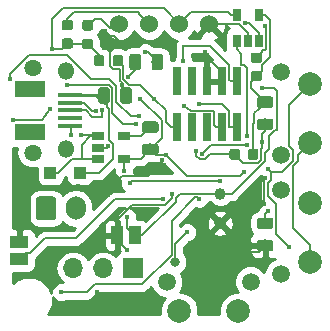
<source format=gbr>
G04 #@! TF.GenerationSoftware,KiCad,Pcbnew,(5.0.1)-rc2*
G04 #@! TF.CreationDate,2019-05-10T17:14:01-07:00*
G04 #@! TF.ProjectId,bullercounter,62756C6C6572636F756E7465722E6B69,rev?*
G04 #@! TF.SameCoordinates,Original*
G04 #@! TF.FileFunction,Copper,L1,Top,Signal*
G04 #@! TF.FilePolarity,Positive*
%FSLAX46Y46*%
G04 Gerber Fmt 4.6, Leading zero omitted, Abs format (unit mm)*
G04 Created by KiCad (PCBNEW (5.0.1)-rc2) date 5/10/2019 5:14:01 PM*
%MOMM*%
%LPD*%
G01*
G04 APERTURE LIST*
G04 #@! TA.AperFunction,ComponentPad*
%ADD10C,1.000000*%
G04 #@! TD*
G04 #@! TA.AperFunction,WasherPad*
%ADD11C,1.500000*%
G04 #@! TD*
G04 #@! TA.AperFunction,ComponentPad*
%ADD12C,2.000000*%
G04 #@! TD*
G04 #@! TA.AperFunction,ComponentPad*
%ADD13O,1.350000X1.500000*%
G04 #@! TD*
G04 #@! TA.AperFunction,SMDPad,CuDef*
%ADD14R,2.500000X1.430000*%
G04 #@! TD*
G04 #@! TA.AperFunction,ComponentPad*
%ADD15O,1.500000X1.350000*%
G04 #@! TD*
G04 #@! TA.AperFunction,SMDPad,CuDef*
%ADD16R,2.000000X0.400000*%
G04 #@! TD*
G04 #@! TA.AperFunction,Conductor*
%ADD17C,0.100000*%
G04 #@! TD*
G04 #@! TA.AperFunction,SMDPad,CuDef*
%ADD18C,0.975000*%
G04 #@! TD*
G04 #@! TA.AperFunction,SMDPad,CuDef*
%ADD19R,1.000000X1.000000*%
G04 #@! TD*
G04 #@! TA.AperFunction,SMDPad,CuDef*
%ADD20R,0.740000X2.400000*%
G04 #@! TD*
G04 #@! TA.AperFunction,SMDPad,CuDef*
%ADD21C,0.875000*%
G04 #@! TD*
G04 #@! TA.AperFunction,SMDPad,CuDef*
%ADD22R,0.650000X1.060000*%
G04 #@! TD*
G04 #@! TA.AperFunction,SMDPad,CuDef*
%ADD23R,1.060000X0.650000*%
G04 #@! TD*
G04 #@! TA.AperFunction,ComponentPad*
%ADD24C,1.700000*%
G04 #@! TD*
G04 #@! TA.AperFunction,ComponentPad*
%ADD25O,1.700000X2.000000*%
G04 #@! TD*
G04 #@! TA.AperFunction,SMDPad,CuDef*
%ADD26R,1.000000X1.500000*%
G04 #@! TD*
G04 #@! TA.AperFunction,ComponentPad*
%ADD27C,1.524000*%
G04 #@! TD*
G04 #@! TA.AperFunction,SMDPad,CuDef*
%ADD28R,1.500000X1.000000*%
G04 #@! TD*
G04 #@! TA.AperFunction,ComponentPad*
%ADD29R,1.700000X1.700000*%
G04 #@! TD*
G04 #@! TA.AperFunction,ComponentPad*
%ADD30O,1.700000X1.700000*%
G04 #@! TD*
G04 #@! TA.AperFunction,ViaPad*
%ADD31C,0.400000*%
G04 #@! TD*
G04 #@! TA.AperFunction,ViaPad*
%ADD32C,0.800000*%
G04 #@! TD*
G04 #@! TA.AperFunction,Conductor*
%ADD33C,0.152400*%
G04 #@! TD*
G04 #@! TA.AperFunction,Conductor*
%ADD34C,0.250000*%
G04 #@! TD*
G04 #@! TA.AperFunction,Conductor*
%ADD35C,0.254000*%
G04 #@! TD*
G04 APERTURE END LIST*
D10*
G04 #@! TO.P,U5,1*
G04 #@! TO.N,Net-(C1-Pad2)*
X198120000Y-119166000D03*
G04 #@! TO.P,U5,2*
G04 #@! TO.N,BattRtn*
X198120000Y-121666000D03*
G04 #@! TD*
D11*
G04 #@! TO.P,SW4,*
G04 #@! TO.N,*
X200684000Y-126615820D03*
X193604000Y-126615820D03*
D12*
G04 #@! TO.P,SW4,2*
G04 #@! TO.N,Fun_Btn_2*
X199644000Y-129115820D03*
G04 #@! TO.P,SW4,1*
G04 #@! TO.N,Vdd*
X194644000Y-129115820D03*
G04 #@! TD*
D11*
G04 #@! TO.P,SW5,*
G04 #@! TO.N,*
X203240000Y-118872000D03*
X203240000Y-125952000D03*
D12*
G04 #@! TO.P,SW5,2*
G04 #@! TO.N,Fun_Btn_3*
X205740000Y-119912000D03*
G04 #@! TO.P,SW5,1*
G04 #@! TO.N,Vdd*
X205740000Y-124912000D03*
G04 #@! TD*
D11*
G04 #@! TO.P,SW3,*
G04 #@! TO.N,*
X203240000Y-108839000D03*
X203240000Y-115919000D03*
D12*
G04 #@! TO.P,SW3,2*
G04 #@! TO.N,Fun_Btn_1*
X205740000Y-109879000D03*
G04 #@! TO.P,SW3,1*
G04 #@! TO.N,Vdd*
X205740000Y-114879000D03*
G04 #@! TD*
D13*
G04 #@! TO.P,J1,*
G04 #@! TO.N,*
X185073000Y-115352000D03*
X185073000Y-108752000D03*
D14*
X182003000Y-113952000D03*
D15*
X182273000Y-115697000D03*
D16*
G04 #@! TO.P,J1,1*
G04 #@! TO.N,USB_PWR*
X185403000Y-110802000D03*
G04 #@! TO.P,J1,2*
G04 #@! TO.N,/USB_DM*
X185403000Y-111452000D03*
G04 #@! TO.P,J1,3*
G04 #@! TO.N,/USB_DP*
X185403000Y-112102000D03*
G04 #@! TO.P,J1,4*
G04 #@! TO.N,Net-(J1-Pad4)*
X185403000Y-112752000D03*
G04 #@! TO.P,J1,5*
G04 #@! TO.N,BattRtn*
X185403000Y-113402000D03*
D15*
G04 #@! TO.P,J1,*
G04 #@! TO.N,*
X182273000Y-108497000D03*
D14*
G04 #@! TO.P,J1,6*
G04 #@! TO.N,Net-(J1-Pad6)*
X182003000Y-110267000D03*
G04 #@! TD*
D17*
G04 #@! TO.N,Net-(D1-Pad1)*
G04 #@! TO.C,D1*
G36*
X193067642Y-107301174D02*
X193091303Y-107304684D01*
X193114507Y-107310496D01*
X193137029Y-107318554D01*
X193158653Y-107328782D01*
X193179170Y-107341079D01*
X193198383Y-107355329D01*
X193216107Y-107371393D01*
X193232171Y-107389117D01*
X193246421Y-107408330D01*
X193258718Y-107428847D01*
X193268946Y-107450471D01*
X193277004Y-107472993D01*
X193282816Y-107496197D01*
X193286326Y-107519858D01*
X193287500Y-107543750D01*
X193287500Y-108456250D01*
X193286326Y-108480142D01*
X193282816Y-108503803D01*
X193277004Y-108527007D01*
X193268946Y-108549529D01*
X193258718Y-108571153D01*
X193246421Y-108591670D01*
X193232171Y-108610883D01*
X193216107Y-108628607D01*
X193198383Y-108644671D01*
X193179170Y-108658921D01*
X193158653Y-108671218D01*
X193137029Y-108681446D01*
X193114507Y-108689504D01*
X193091303Y-108695316D01*
X193067642Y-108698826D01*
X193043750Y-108700000D01*
X192556250Y-108700000D01*
X192532358Y-108698826D01*
X192508697Y-108695316D01*
X192485493Y-108689504D01*
X192462971Y-108681446D01*
X192441347Y-108671218D01*
X192420830Y-108658921D01*
X192401617Y-108644671D01*
X192383893Y-108628607D01*
X192367829Y-108610883D01*
X192353579Y-108591670D01*
X192341282Y-108571153D01*
X192331054Y-108549529D01*
X192322996Y-108527007D01*
X192317184Y-108503803D01*
X192313674Y-108480142D01*
X192312500Y-108456250D01*
X192312500Y-107543750D01*
X192313674Y-107519858D01*
X192317184Y-107496197D01*
X192322996Y-107472993D01*
X192331054Y-107450471D01*
X192341282Y-107428847D01*
X192353579Y-107408330D01*
X192367829Y-107389117D01*
X192383893Y-107371393D01*
X192401617Y-107355329D01*
X192420830Y-107341079D01*
X192441347Y-107328782D01*
X192462971Y-107318554D01*
X192485493Y-107310496D01*
X192508697Y-107304684D01*
X192532358Y-107301174D01*
X192556250Y-107300000D01*
X193043750Y-107300000D01*
X193067642Y-107301174D01*
X193067642Y-107301174D01*
G37*
D18*
G04 #@! TD*
G04 #@! TO.P,D1,1*
G04 #@! TO.N,Net-(D1-Pad1)*
X192800000Y-108000000D03*
D17*
G04 #@! TO.N,LED1_P2*
G04 #@! TO.C,D1*
G36*
X191192642Y-107301174D02*
X191216303Y-107304684D01*
X191239507Y-107310496D01*
X191262029Y-107318554D01*
X191283653Y-107328782D01*
X191304170Y-107341079D01*
X191323383Y-107355329D01*
X191341107Y-107371393D01*
X191357171Y-107389117D01*
X191371421Y-107408330D01*
X191383718Y-107428847D01*
X191393946Y-107450471D01*
X191402004Y-107472993D01*
X191407816Y-107496197D01*
X191411326Y-107519858D01*
X191412500Y-107543750D01*
X191412500Y-108456250D01*
X191411326Y-108480142D01*
X191407816Y-108503803D01*
X191402004Y-108527007D01*
X191393946Y-108549529D01*
X191383718Y-108571153D01*
X191371421Y-108591670D01*
X191357171Y-108610883D01*
X191341107Y-108628607D01*
X191323383Y-108644671D01*
X191304170Y-108658921D01*
X191283653Y-108671218D01*
X191262029Y-108681446D01*
X191239507Y-108689504D01*
X191216303Y-108695316D01*
X191192642Y-108698826D01*
X191168750Y-108700000D01*
X190681250Y-108700000D01*
X190657358Y-108698826D01*
X190633697Y-108695316D01*
X190610493Y-108689504D01*
X190587971Y-108681446D01*
X190566347Y-108671218D01*
X190545830Y-108658921D01*
X190526617Y-108644671D01*
X190508893Y-108628607D01*
X190492829Y-108610883D01*
X190478579Y-108591670D01*
X190466282Y-108571153D01*
X190456054Y-108549529D01*
X190447996Y-108527007D01*
X190442184Y-108503803D01*
X190438674Y-108480142D01*
X190437500Y-108456250D01*
X190437500Y-107543750D01*
X190438674Y-107519858D01*
X190442184Y-107496197D01*
X190447996Y-107472993D01*
X190456054Y-107450471D01*
X190466282Y-107428847D01*
X190478579Y-107408330D01*
X190492829Y-107389117D01*
X190508893Y-107371393D01*
X190526617Y-107355329D01*
X190545830Y-107341079D01*
X190566347Y-107328782D01*
X190587971Y-107318554D01*
X190610493Y-107310496D01*
X190633697Y-107304684D01*
X190657358Y-107301174D01*
X190681250Y-107300000D01*
X191168750Y-107300000D01*
X191192642Y-107301174D01*
X191192642Y-107301174D01*
G37*
D18*
G04 #@! TD*
G04 #@! TO.P,D1,2*
G04 #@! TO.N,LED1_P2*
X190925000Y-108000000D03*
D19*
G04 #@! TO.P,D2,2*
G04 #@! TO.N,USB_PWR*
X186250000Y-117400000D03*
G04 #@! TO.P,D2,1*
G04 #@! TO.N,BattPwr*
X183750000Y-117400000D03*
G04 #@! TD*
D20*
G04 #@! TO.P,J2,1*
G04 #@! TO.N,Vdd*
X199540000Y-109650000D03*
G04 #@! TO.P,J2,2*
G04 #@! TO.N,/SWDIO*
X199540000Y-113550000D03*
G04 #@! TO.P,J2,3*
G04 #@! TO.N,BattRtn*
X198270000Y-109650000D03*
G04 #@! TO.P,J2,4*
G04 #@! TO.N,/SWDCLK*
X198270000Y-113550000D03*
G04 #@! TO.P,J2,5*
G04 #@! TO.N,BattRtn*
X197000000Y-109650000D03*
G04 #@! TO.P,J2,6*
G04 #@! TO.N,/SWO*
X197000000Y-113550000D03*
G04 #@! TO.P,J2,7*
G04 #@! TO.N,Net-(J2-Pad7)*
X195730000Y-109650000D03*
G04 #@! TO.P,J2,8*
G04 #@! TO.N,Net-(J2-Pad8)*
X195730000Y-113550000D03*
G04 #@! TO.P,J2,9*
G04 #@! TO.N,Net-(J2-Pad9)*
X194460000Y-109650000D03*
G04 #@! TO.P,J2,10*
G04 #@! TO.N,/RESET*
X194460000Y-113550000D03*
G04 #@! TD*
D17*
G04 #@! TO.N,Net-(L4-Pad1)*
G04 #@! TO.C,L4*
G36*
X192680142Y-113038674D02*
X192703803Y-113042184D01*
X192727007Y-113047996D01*
X192749529Y-113056054D01*
X192771153Y-113066282D01*
X192791670Y-113078579D01*
X192810883Y-113092829D01*
X192828607Y-113108893D01*
X192844671Y-113126617D01*
X192858921Y-113145830D01*
X192871218Y-113166347D01*
X192881446Y-113187971D01*
X192889504Y-113210493D01*
X192895316Y-113233697D01*
X192898826Y-113257358D01*
X192900000Y-113281250D01*
X192900000Y-113768750D01*
X192898826Y-113792642D01*
X192895316Y-113816303D01*
X192889504Y-113839507D01*
X192881446Y-113862029D01*
X192871218Y-113883653D01*
X192858921Y-113904170D01*
X192844671Y-113923383D01*
X192828607Y-113941107D01*
X192810883Y-113957171D01*
X192791670Y-113971421D01*
X192771153Y-113983718D01*
X192749529Y-113993946D01*
X192727007Y-114002004D01*
X192703803Y-114007816D01*
X192680142Y-114011326D01*
X192656250Y-114012500D01*
X191743750Y-114012500D01*
X191719858Y-114011326D01*
X191696197Y-114007816D01*
X191672993Y-114002004D01*
X191650471Y-113993946D01*
X191628847Y-113983718D01*
X191608330Y-113971421D01*
X191589117Y-113957171D01*
X191571393Y-113941107D01*
X191555329Y-113923383D01*
X191541079Y-113904170D01*
X191528782Y-113883653D01*
X191518554Y-113862029D01*
X191510496Y-113839507D01*
X191504684Y-113816303D01*
X191501174Y-113792642D01*
X191500000Y-113768750D01*
X191500000Y-113281250D01*
X191501174Y-113257358D01*
X191504684Y-113233697D01*
X191510496Y-113210493D01*
X191518554Y-113187971D01*
X191528782Y-113166347D01*
X191541079Y-113145830D01*
X191555329Y-113126617D01*
X191571393Y-113108893D01*
X191589117Y-113092829D01*
X191608330Y-113078579D01*
X191628847Y-113066282D01*
X191650471Y-113056054D01*
X191672993Y-113047996D01*
X191696197Y-113042184D01*
X191719858Y-113038674D01*
X191743750Y-113037500D01*
X192656250Y-113037500D01*
X192680142Y-113038674D01*
X192680142Y-113038674D01*
G37*
D18*
G04 #@! TD*
G04 #@! TO.P,L4,1*
G04 #@! TO.N,Net-(L4-Pad1)*
X192200000Y-113525000D03*
D17*
G04 #@! TO.N,Vdd*
G04 #@! TO.C,L4*
G36*
X192680142Y-114913674D02*
X192703803Y-114917184D01*
X192727007Y-114922996D01*
X192749529Y-114931054D01*
X192771153Y-114941282D01*
X192791670Y-114953579D01*
X192810883Y-114967829D01*
X192828607Y-114983893D01*
X192844671Y-115001617D01*
X192858921Y-115020830D01*
X192871218Y-115041347D01*
X192881446Y-115062971D01*
X192889504Y-115085493D01*
X192895316Y-115108697D01*
X192898826Y-115132358D01*
X192900000Y-115156250D01*
X192900000Y-115643750D01*
X192898826Y-115667642D01*
X192895316Y-115691303D01*
X192889504Y-115714507D01*
X192881446Y-115737029D01*
X192871218Y-115758653D01*
X192858921Y-115779170D01*
X192844671Y-115798383D01*
X192828607Y-115816107D01*
X192810883Y-115832171D01*
X192791670Y-115846421D01*
X192771153Y-115858718D01*
X192749529Y-115868946D01*
X192727007Y-115877004D01*
X192703803Y-115882816D01*
X192680142Y-115886326D01*
X192656250Y-115887500D01*
X191743750Y-115887500D01*
X191719858Y-115886326D01*
X191696197Y-115882816D01*
X191672993Y-115877004D01*
X191650471Y-115868946D01*
X191628847Y-115858718D01*
X191608330Y-115846421D01*
X191589117Y-115832171D01*
X191571393Y-115816107D01*
X191555329Y-115798383D01*
X191541079Y-115779170D01*
X191528782Y-115758653D01*
X191518554Y-115737029D01*
X191510496Y-115714507D01*
X191504684Y-115691303D01*
X191501174Y-115667642D01*
X191500000Y-115643750D01*
X191500000Y-115156250D01*
X191501174Y-115132358D01*
X191504684Y-115108697D01*
X191510496Y-115085493D01*
X191518554Y-115062971D01*
X191528782Y-115041347D01*
X191541079Y-115020830D01*
X191555329Y-115001617D01*
X191571393Y-114983893D01*
X191589117Y-114967829D01*
X191608330Y-114953579D01*
X191628847Y-114941282D01*
X191650471Y-114931054D01*
X191672993Y-114922996D01*
X191696197Y-114917184D01*
X191719858Y-114913674D01*
X191743750Y-114912500D01*
X192656250Y-114912500D01*
X192680142Y-114913674D01*
X192680142Y-114913674D01*
G37*
D18*
G04 #@! TD*
G04 #@! TO.P,L4,2*
G04 #@! TO.N,Vdd*
X192200000Y-115400000D03*
D17*
G04 #@! TO.N,Net-(C3-Pad2)*
G04 #@! TO.C,R7*
G36*
X201445691Y-108783553D02*
X201466926Y-108786703D01*
X201487750Y-108791919D01*
X201507962Y-108799151D01*
X201527368Y-108808330D01*
X201545781Y-108819366D01*
X201563024Y-108832154D01*
X201578930Y-108846570D01*
X201593346Y-108862476D01*
X201606134Y-108879719D01*
X201617170Y-108898132D01*
X201626349Y-108917538D01*
X201633581Y-108937750D01*
X201638797Y-108958574D01*
X201641947Y-108979809D01*
X201643000Y-109001250D01*
X201643000Y-109438750D01*
X201641947Y-109460191D01*
X201638797Y-109481426D01*
X201633581Y-109502250D01*
X201626349Y-109522462D01*
X201617170Y-109541868D01*
X201606134Y-109560281D01*
X201593346Y-109577524D01*
X201578930Y-109593430D01*
X201563024Y-109607846D01*
X201545781Y-109620634D01*
X201527368Y-109631670D01*
X201507962Y-109640849D01*
X201487750Y-109648081D01*
X201466926Y-109653297D01*
X201445691Y-109656447D01*
X201424250Y-109657500D01*
X200911750Y-109657500D01*
X200890309Y-109656447D01*
X200869074Y-109653297D01*
X200848250Y-109648081D01*
X200828038Y-109640849D01*
X200808632Y-109631670D01*
X200790219Y-109620634D01*
X200772976Y-109607846D01*
X200757070Y-109593430D01*
X200742654Y-109577524D01*
X200729866Y-109560281D01*
X200718830Y-109541868D01*
X200709651Y-109522462D01*
X200702419Y-109502250D01*
X200697203Y-109481426D01*
X200694053Y-109460191D01*
X200693000Y-109438750D01*
X200693000Y-109001250D01*
X200694053Y-108979809D01*
X200697203Y-108958574D01*
X200702419Y-108937750D01*
X200709651Y-108917538D01*
X200718830Y-108898132D01*
X200729866Y-108879719D01*
X200742654Y-108862476D01*
X200757070Y-108846570D01*
X200772976Y-108832154D01*
X200790219Y-108819366D01*
X200808632Y-108808330D01*
X200828038Y-108799151D01*
X200848250Y-108791919D01*
X200869074Y-108786703D01*
X200890309Y-108783553D01*
X200911750Y-108782500D01*
X201424250Y-108782500D01*
X201445691Y-108783553D01*
X201445691Y-108783553D01*
G37*
D21*
G04 #@! TD*
G04 #@! TO.P,R7,1*
G04 #@! TO.N,Net-(C3-Pad2)*
X201168000Y-109220000D03*
D17*
G04 #@! TO.N,Net-(C1-Pad1)*
G04 #@! TO.C,R7*
G36*
X201445691Y-107208553D02*
X201466926Y-107211703D01*
X201487750Y-107216919D01*
X201507962Y-107224151D01*
X201527368Y-107233330D01*
X201545781Y-107244366D01*
X201563024Y-107257154D01*
X201578930Y-107271570D01*
X201593346Y-107287476D01*
X201606134Y-107304719D01*
X201617170Y-107323132D01*
X201626349Y-107342538D01*
X201633581Y-107362750D01*
X201638797Y-107383574D01*
X201641947Y-107404809D01*
X201643000Y-107426250D01*
X201643000Y-107863750D01*
X201641947Y-107885191D01*
X201638797Y-107906426D01*
X201633581Y-107927250D01*
X201626349Y-107947462D01*
X201617170Y-107966868D01*
X201606134Y-107985281D01*
X201593346Y-108002524D01*
X201578930Y-108018430D01*
X201563024Y-108032846D01*
X201545781Y-108045634D01*
X201527368Y-108056670D01*
X201507962Y-108065849D01*
X201487750Y-108073081D01*
X201466926Y-108078297D01*
X201445691Y-108081447D01*
X201424250Y-108082500D01*
X200911750Y-108082500D01*
X200890309Y-108081447D01*
X200869074Y-108078297D01*
X200848250Y-108073081D01*
X200828038Y-108065849D01*
X200808632Y-108056670D01*
X200790219Y-108045634D01*
X200772976Y-108032846D01*
X200757070Y-108018430D01*
X200742654Y-108002524D01*
X200729866Y-107985281D01*
X200718830Y-107966868D01*
X200709651Y-107947462D01*
X200702419Y-107927250D01*
X200697203Y-107906426D01*
X200694053Y-107885191D01*
X200693000Y-107863750D01*
X200693000Y-107426250D01*
X200694053Y-107404809D01*
X200697203Y-107383574D01*
X200702419Y-107362750D01*
X200709651Y-107342538D01*
X200718830Y-107323132D01*
X200729866Y-107304719D01*
X200742654Y-107287476D01*
X200757070Y-107271570D01*
X200772976Y-107257154D01*
X200790219Y-107244366D01*
X200808632Y-107233330D01*
X200828038Y-107224151D01*
X200848250Y-107216919D01*
X200869074Y-107211703D01*
X200890309Y-107208553D01*
X200911750Y-107207500D01*
X201424250Y-107207500D01*
X201445691Y-107208553D01*
X201445691Y-107208553D01*
G37*
D21*
G04 #@! TD*
G04 #@! TO.P,R7,2*
G04 #@! TO.N,Net-(C1-Pad1)*
X201168000Y-107645000D03*
D17*
G04 #@! TO.N,Audio_out*
G04 #@! TO.C,R10*
G36*
X199579191Y-115350053D02*
X199600426Y-115353203D01*
X199621250Y-115358419D01*
X199641462Y-115365651D01*
X199660868Y-115374830D01*
X199679281Y-115385866D01*
X199696524Y-115398654D01*
X199712430Y-115413070D01*
X199726846Y-115428976D01*
X199739634Y-115446219D01*
X199750670Y-115464632D01*
X199759849Y-115484038D01*
X199767081Y-115504250D01*
X199772297Y-115525074D01*
X199775447Y-115546309D01*
X199776500Y-115567750D01*
X199776500Y-116080250D01*
X199775447Y-116101691D01*
X199772297Y-116122926D01*
X199767081Y-116143750D01*
X199759849Y-116163962D01*
X199750670Y-116183368D01*
X199739634Y-116201781D01*
X199726846Y-116219024D01*
X199712430Y-116234930D01*
X199696524Y-116249346D01*
X199679281Y-116262134D01*
X199660868Y-116273170D01*
X199641462Y-116282349D01*
X199621250Y-116289581D01*
X199600426Y-116294797D01*
X199579191Y-116297947D01*
X199557750Y-116299000D01*
X199120250Y-116299000D01*
X199098809Y-116297947D01*
X199077574Y-116294797D01*
X199056750Y-116289581D01*
X199036538Y-116282349D01*
X199017132Y-116273170D01*
X198998719Y-116262134D01*
X198981476Y-116249346D01*
X198965570Y-116234930D01*
X198951154Y-116219024D01*
X198938366Y-116201781D01*
X198927330Y-116183368D01*
X198918151Y-116163962D01*
X198910919Y-116143750D01*
X198905703Y-116122926D01*
X198902553Y-116101691D01*
X198901500Y-116080250D01*
X198901500Y-115567750D01*
X198902553Y-115546309D01*
X198905703Y-115525074D01*
X198910919Y-115504250D01*
X198918151Y-115484038D01*
X198927330Y-115464632D01*
X198938366Y-115446219D01*
X198951154Y-115428976D01*
X198965570Y-115413070D01*
X198981476Y-115398654D01*
X198998719Y-115385866D01*
X199017132Y-115374830D01*
X199036538Y-115365651D01*
X199056750Y-115358419D01*
X199077574Y-115353203D01*
X199098809Y-115350053D01*
X199120250Y-115349000D01*
X199557750Y-115349000D01*
X199579191Y-115350053D01*
X199579191Y-115350053D01*
G37*
D21*
G04 #@! TD*
G04 #@! TO.P,R10,2*
G04 #@! TO.N,Audio_out*
X199339000Y-115824000D03*
D17*
G04 #@! TO.N,Net-(C3-Pad2)*
G04 #@! TO.C,R10*
G36*
X201154191Y-115350053D02*
X201175426Y-115353203D01*
X201196250Y-115358419D01*
X201216462Y-115365651D01*
X201235868Y-115374830D01*
X201254281Y-115385866D01*
X201271524Y-115398654D01*
X201287430Y-115413070D01*
X201301846Y-115428976D01*
X201314634Y-115446219D01*
X201325670Y-115464632D01*
X201334849Y-115484038D01*
X201342081Y-115504250D01*
X201347297Y-115525074D01*
X201350447Y-115546309D01*
X201351500Y-115567750D01*
X201351500Y-116080250D01*
X201350447Y-116101691D01*
X201347297Y-116122926D01*
X201342081Y-116143750D01*
X201334849Y-116163962D01*
X201325670Y-116183368D01*
X201314634Y-116201781D01*
X201301846Y-116219024D01*
X201287430Y-116234930D01*
X201271524Y-116249346D01*
X201254281Y-116262134D01*
X201235868Y-116273170D01*
X201216462Y-116282349D01*
X201196250Y-116289581D01*
X201175426Y-116294797D01*
X201154191Y-116297947D01*
X201132750Y-116299000D01*
X200695250Y-116299000D01*
X200673809Y-116297947D01*
X200652574Y-116294797D01*
X200631750Y-116289581D01*
X200611538Y-116282349D01*
X200592132Y-116273170D01*
X200573719Y-116262134D01*
X200556476Y-116249346D01*
X200540570Y-116234930D01*
X200526154Y-116219024D01*
X200513366Y-116201781D01*
X200502330Y-116183368D01*
X200493151Y-116163962D01*
X200485919Y-116143750D01*
X200480703Y-116122926D01*
X200477553Y-116101691D01*
X200476500Y-116080250D01*
X200476500Y-115567750D01*
X200477553Y-115546309D01*
X200480703Y-115525074D01*
X200485919Y-115504250D01*
X200493151Y-115484038D01*
X200502330Y-115464632D01*
X200513366Y-115446219D01*
X200526154Y-115428976D01*
X200540570Y-115413070D01*
X200556476Y-115398654D01*
X200573719Y-115385866D01*
X200592132Y-115374830D01*
X200611538Y-115365651D01*
X200631750Y-115358419D01*
X200652574Y-115353203D01*
X200673809Y-115350053D01*
X200695250Y-115349000D01*
X201132750Y-115349000D01*
X201154191Y-115350053D01*
X201154191Y-115350053D01*
G37*
D21*
G04 #@! TD*
G04 #@! TO.P,R10,1*
G04 #@! TO.N,Net-(C3-Pad2)*
X200914000Y-115824000D03*
D22*
G04 #@! TO.P,U1,5*
G04 #@! TO.N,Vdd*
X199499180Y-104040760D03*
G04 #@! TO.P,U1,4*
G04 #@! TO.N,Net-(C3-Pad2)*
X201399180Y-104040760D03*
G04 #@! TO.P,U1,3*
G04 #@! TO.N,Net-(C2-Pad1)*
X201399180Y-106240760D03*
G04 #@! TO.P,U1,2*
G04 #@! TO.N,BattRtn*
X200449180Y-106240760D03*
G04 #@! TO.P,U1,1*
G04 #@! TO.N,Audio_out*
X199499180Y-106240760D03*
G04 #@! TD*
D23*
G04 #@! TO.P,U7,1*
G04 #@! TO.N,BattPwr*
X187800000Y-114300000D03*
G04 #@! TO.P,U7,2*
G04 #@! TO.N,/BatteryManagement/Batt-*
X187800000Y-115250000D03*
G04 #@! TO.P,U7,3*
G04 #@! TO.N,BattPwr*
X187800000Y-116200000D03*
G04 #@! TO.P,U7,4*
G04 #@! TO.N,Vdd*
X190000000Y-116200000D03*
G04 #@! TO.P,U7,5*
G04 #@! TO.N,Net-(L4-Pad1)*
X190000000Y-114300000D03*
G04 #@! TD*
D17*
G04 #@! TO.N,/BatteryManagement/Batt-*
G04 #@! TO.C,J4*
G36*
X184012504Y-119397204D02*
X184036773Y-119400804D01*
X184060571Y-119406765D01*
X184083671Y-119415030D01*
X184105849Y-119425520D01*
X184126893Y-119438133D01*
X184146598Y-119452747D01*
X184164777Y-119469223D01*
X184181253Y-119487402D01*
X184195867Y-119507107D01*
X184208480Y-119528151D01*
X184218970Y-119550329D01*
X184227235Y-119573429D01*
X184233196Y-119597227D01*
X184236796Y-119621496D01*
X184238000Y-119646000D01*
X184238000Y-121146000D01*
X184236796Y-121170504D01*
X184233196Y-121194773D01*
X184227235Y-121218571D01*
X184218970Y-121241671D01*
X184208480Y-121263849D01*
X184195867Y-121284893D01*
X184181253Y-121304598D01*
X184164777Y-121322777D01*
X184146598Y-121339253D01*
X184126893Y-121353867D01*
X184105849Y-121366480D01*
X184083671Y-121376970D01*
X184060571Y-121385235D01*
X184036773Y-121391196D01*
X184012504Y-121394796D01*
X183988000Y-121396000D01*
X182788000Y-121396000D01*
X182763496Y-121394796D01*
X182739227Y-121391196D01*
X182715429Y-121385235D01*
X182692329Y-121376970D01*
X182670151Y-121366480D01*
X182649107Y-121353867D01*
X182629402Y-121339253D01*
X182611223Y-121322777D01*
X182594747Y-121304598D01*
X182580133Y-121284893D01*
X182567520Y-121263849D01*
X182557030Y-121241671D01*
X182548765Y-121218571D01*
X182542804Y-121194773D01*
X182539204Y-121170504D01*
X182538000Y-121146000D01*
X182538000Y-119646000D01*
X182539204Y-119621496D01*
X182542804Y-119597227D01*
X182548765Y-119573429D01*
X182557030Y-119550329D01*
X182567520Y-119528151D01*
X182580133Y-119507107D01*
X182594747Y-119487402D01*
X182611223Y-119469223D01*
X182629402Y-119452747D01*
X182649107Y-119438133D01*
X182670151Y-119425520D01*
X182692329Y-119415030D01*
X182715429Y-119406765D01*
X182739227Y-119400804D01*
X182763496Y-119397204D01*
X182788000Y-119396000D01*
X183988000Y-119396000D01*
X184012504Y-119397204D01*
X184012504Y-119397204D01*
G37*
D24*
G04 #@! TD*
G04 #@! TO.P,J4,1*
G04 #@! TO.N,/BatteryManagement/Batt-*
X183388000Y-120396000D03*
D25*
G04 #@! TO.P,J4,2*
G04 #@! TO.N,/BatteryManagement/Batt_int*
X185888000Y-120396000D03*
G04 #@! TD*
D17*
G04 #@! TO.N,Net-(C3-Pad2)*
G04 #@! TO.C,C3*
G36*
X202410142Y-110922674D02*
X202433803Y-110926184D01*
X202457007Y-110931996D01*
X202479529Y-110940054D01*
X202501153Y-110950282D01*
X202521670Y-110962579D01*
X202540883Y-110976829D01*
X202558607Y-110992893D01*
X202574671Y-111010617D01*
X202588921Y-111029830D01*
X202601218Y-111050347D01*
X202611446Y-111071971D01*
X202619504Y-111094493D01*
X202625316Y-111117697D01*
X202628826Y-111141358D01*
X202630000Y-111165250D01*
X202630000Y-111652750D01*
X202628826Y-111676642D01*
X202625316Y-111700303D01*
X202619504Y-111723507D01*
X202611446Y-111746029D01*
X202601218Y-111767653D01*
X202588921Y-111788170D01*
X202574671Y-111807383D01*
X202558607Y-111825107D01*
X202540883Y-111841171D01*
X202521670Y-111855421D01*
X202501153Y-111867718D01*
X202479529Y-111877946D01*
X202457007Y-111886004D01*
X202433803Y-111891816D01*
X202410142Y-111895326D01*
X202386250Y-111896500D01*
X201473750Y-111896500D01*
X201449858Y-111895326D01*
X201426197Y-111891816D01*
X201402993Y-111886004D01*
X201380471Y-111877946D01*
X201358847Y-111867718D01*
X201338330Y-111855421D01*
X201319117Y-111841171D01*
X201301393Y-111825107D01*
X201285329Y-111807383D01*
X201271079Y-111788170D01*
X201258782Y-111767653D01*
X201248554Y-111746029D01*
X201240496Y-111723507D01*
X201234684Y-111700303D01*
X201231174Y-111676642D01*
X201230000Y-111652750D01*
X201230000Y-111165250D01*
X201231174Y-111141358D01*
X201234684Y-111117697D01*
X201240496Y-111094493D01*
X201248554Y-111071971D01*
X201258782Y-111050347D01*
X201271079Y-111029830D01*
X201285329Y-111010617D01*
X201301393Y-110992893D01*
X201319117Y-110976829D01*
X201338330Y-110962579D01*
X201358847Y-110950282D01*
X201380471Y-110940054D01*
X201402993Y-110931996D01*
X201426197Y-110926184D01*
X201449858Y-110922674D01*
X201473750Y-110921500D01*
X202386250Y-110921500D01*
X202410142Y-110922674D01*
X202410142Y-110922674D01*
G37*
D18*
G04 #@! TD*
G04 #@! TO.P,C3,2*
G04 #@! TO.N,Net-(C3-Pad2)*
X201930000Y-111409000D03*
D17*
G04 #@! TO.N,Audio_out*
G04 #@! TO.C,C3*
G36*
X202410142Y-112797674D02*
X202433803Y-112801184D01*
X202457007Y-112806996D01*
X202479529Y-112815054D01*
X202501153Y-112825282D01*
X202521670Y-112837579D01*
X202540883Y-112851829D01*
X202558607Y-112867893D01*
X202574671Y-112885617D01*
X202588921Y-112904830D01*
X202601218Y-112925347D01*
X202611446Y-112946971D01*
X202619504Y-112969493D01*
X202625316Y-112992697D01*
X202628826Y-113016358D01*
X202630000Y-113040250D01*
X202630000Y-113527750D01*
X202628826Y-113551642D01*
X202625316Y-113575303D01*
X202619504Y-113598507D01*
X202611446Y-113621029D01*
X202601218Y-113642653D01*
X202588921Y-113663170D01*
X202574671Y-113682383D01*
X202558607Y-113700107D01*
X202540883Y-113716171D01*
X202521670Y-113730421D01*
X202501153Y-113742718D01*
X202479529Y-113752946D01*
X202457007Y-113761004D01*
X202433803Y-113766816D01*
X202410142Y-113770326D01*
X202386250Y-113771500D01*
X201473750Y-113771500D01*
X201449858Y-113770326D01*
X201426197Y-113766816D01*
X201402993Y-113761004D01*
X201380471Y-113752946D01*
X201358847Y-113742718D01*
X201338330Y-113730421D01*
X201319117Y-113716171D01*
X201301393Y-113700107D01*
X201285329Y-113682383D01*
X201271079Y-113663170D01*
X201258782Y-113642653D01*
X201248554Y-113621029D01*
X201240496Y-113598507D01*
X201234684Y-113575303D01*
X201231174Y-113551642D01*
X201230000Y-113527750D01*
X201230000Y-113040250D01*
X201231174Y-113016358D01*
X201234684Y-112992697D01*
X201240496Y-112969493D01*
X201248554Y-112946971D01*
X201258782Y-112925347D01*
X201271079Y-112904830D01*
X201285329Y-112885617D01*
X201301393Y-112867893D01*
X201319117Y-112851829D01*
X201338330Y-112837579D01*
X201358847Y-112825282D01*
X201380471Y-112815054D01*
X201402993Y-112806996D01*
X201426197Y-112801184D01*
X201449858Y-112797674D01*
X201473750Y-112796500D01*
X202386250Y-112796500D01*
X202410142Y-112797674D01*
X202410142Y-112797674D01*
G37*
D18*
G04 #@! TD*
G04 #@! TO.P,C3,1*
G04 #@! TO.N,Audio_out*
X201930000Y-113284000D03*
D17*
G04 #@! TO.N,BattRtn*
G04 #@! TO.C,C12*
G36*
X190417642Y-110151174D02*
X190441303Y-110154684D01*
X190464507Y-110160496D01*
X190487029Y-110168554D01*
X190508653Y-110178782D01*
X190529170Y-110191079D01*
X190548383Y-110205329D01*
X190566107Y-110221393D01*
X190582171Y-110239117D01*
X190596421Y-110258330D01*
X190608718Y-110278847D01*
X190618946Y-110300471D01*
X190627004Y-110322993D01*
X190632816Y-110346197D01*
X190636326Y-110369858D01*
X190637500Y-110393750D01*
X190637500Y-111306250D01*
X190636326Y-111330142D01*
X190632816Y-111353803D01*
X190627004Y-111377007D01*
X190618946Y-111399529D01*
X190608718Y-111421153D01*
X190596421Y-111441670D01*
X190582171Y-111460883D01*
X190566107Y-111478607D01*
X190548383Y-111494671D01*
X190529170Y-111508921D01*
X190508653Y-111521218D01*
X190487029Y-111531446D01*
X190464507Y-111539504D01*
X190441303Y-111545316D01*
X190417642Y-111548826D01*
X190393750Y-111550000D01*
X189906250Y-111550000D01*
X189882358Y-111548826D01*
X189858697Y-111545316D01*
X189835493Y-111539504D01*
X189812971Y-111531446D01*
X189791347Y-111521218D01*
X189770830Y-111508921D01*
X189751617Y-111494671D01*
X189733893Y-111478607D01*
X189717829Y-111460883D01*
X189703579Y-111441670D01*
X189691282Y-111421153D01*
X189681054Y-111399529D01*
X189672996Y-111377007D01*
X189667184Y-111353803D01*
X189663674Y-111330142D01*
X189662500Y-111306250D01*
X189662500Y-110393750D01*
X189663674Y-110369858D01*
X189667184Y-110346197D01*
X189672996Y-110322993D01*
X189681054Y-110300471D01*
X189691282Y-110278847D01*
X189703579Y-110258330D01*
X189717829Y-110239117D01*
X189733893Y-110221393D01*
X189751617Y-110205329D01*
X189770830Y-110191079D01*
X189791347Y-110178782D01*
X189812971Y-110168554D01*
X189835493Y-110160496D01*
X189858697Y-110154684D01*
X189882358Y-110151174D01*
X189906250Y-110150000D01*
X190393750Y-110150000D01*
X190417642Y-110151174D01*
X190417642Y-110151174D01*
G37*
D18*
G04 #@! TD*
G04 #@! TO.P,C12,1*
G04 #@! TO.N,BattRtn*
X190150000Y-110850000D03*
D17*
G04 #@! TO.N,USB_PWR*
G04 #@! TO.C,C12*
G36*
X188542642Y-110151174D02*
X188566303Y-110154684D01*
X188589507Y-110160496D01*
X188612029Y-110168554D01*
X188633653Y-110178782D01*
X188654170Y-110191079D01*
X188673383Y-110205329D01*
X188691107Y-110221393D01*
X188707171Y-110239117D01*
X188721421Y-110258330D01*
X188733718Y-110278847D01*
X188743946Y-110300471D01*
X188752004Y-110322993D01*
X188757816Y-110346197D01*
X188761326Y-110369858D01*
X188762500Y-110393750D01*
X188762500Y-111306250D01*
X188761326Y-111330142D01*
X188757816Y-111353803D01*
X188752004Y-111377007D01*
X188743946Y-111399529D01*
X188733718Y-111421153D01*
X188721421Y-111441670D01*
X188707171Y-111460883D01*
X188691107Y-111478607D01*
X188673383Y-111494671D01*
X188654170Y-111508921D01*
X188633653Y-111521218D01*
X188612029Y-111531446D01*
X188589507Y-111539504D01*
X188566303Y-111545316D01*
X188542642Y-111548826D01*
X188518750Y-111550000D01*
X188031250Y-111550000D01*
X188007358Y-111548826D01*
X187983697Y-111545316D01*
X187960493Y-111539504D01*
X187937971Y-111531446D01*
X187916347Y-111521218D01*
X187895830Y-111508921D01*
X187876617Y-111494671D01*
X187858893Y-111478607D01*
X187842829Y-111460883D01*
X187828579Y-111441670D01*
X187816282Y-111421153D01*
X187806054Y-111399529D01*
X187797996Y-111377007D01*
X187792184Y-111353803D01*
X187788674Y-111330142D01*
X187787500Y-111306250D01*
X187787500Y-110393750D01*
X187788674Y-110369858D01*
X187792184Y-110346197D01*
X187797996Y-110322993D01*
X187806054Y-110300471D01*
X187816282Y-110278847D01*
X187828579Y-110258330D01*
X187842829Y-110239117D01*
X187858893Y-110221393D01*
X187876617Y-110205329D01*
X187895830Y-110191079D01*
X187916347Y-110178782D01*
X187937971Y-110168554D01*
X187960493Y-110160496D01*
X187983697Y-110154684D01*
X188007358Y-110151174D01*
X188031250Y-110150000D01*
X188518750Y-110150000D01*
X188542642Y-110151174D01*
X188542642Y-110151174D01*
G37*
D18*
G04 #@! TD*
G04 #@! TO.P,C12,2*
G04 #@! TO.N,USB_PWR*
X188275000Y-110850000D03*
D17*
G04 #@! TO.N,SDA*
G04 #@! TO.C,R3*
G36*
X187177691Y-104468553D02*
X187198926Y-104471703D01*
X187219750Y-104476919D01*
X187239962Y-104484151D01*
X187259368Y-104493330D01*
X187277781Y-104504366D01*
X187295024Y-104517154D01*
X187310930Y-104531570D01*
X187325346Y-104547476D01*
X187338134Y-104564719D01*
X187349170Y-104583132D01*
X187358349Y-104602538D01*
X187365581Y-104622750D01*
X187370797Y-104643574D01*
X187373947Y-104664809D01*
X187375000Y-104686250D01*
X187375000Y-105123750D01*
X187373947Y-105145191D01*
X187370797Y-105166426D01*
X187365581Y-105187250D01*
X187358349Y-105207462D01*
X187349170Y-105226868D01*
X187338134Y-105245281D01*
X187325346Y-105262524D01*
X187310930Y-105278430D01*
X187295024Y-105292846D01*
X187277781Y-105305634D01*
X187259368Y-105316670D01*
X187239962Y-105325849D01*
X187219750Y-105333081D01*
X187198926Y-105338297D01*
X187177691Y-105341447D01*
X187156250Y-105342500D01*
X186643750Y-105342500D01*
X186622309Y-105341447D01*
X186601074Y-105338297D01*
X186580250Y-105333081D01*
X186560038Y-105325849D01*
X186540632Y-105316670D01*
X186522219Y-105305634D01*
X186504976Y-105292846D01*
X186489070Y-105278430D01*
X186474654Y-105262524D01*
X186461866Y-105245281D01*
X186450830Y-105226868D01*
X186441651Y-105207462D01*
X186434419Y-105187250D01*
X186429203Y-105166426D01*
X186426053Y-105145191D01*
X186425000Y-105123750D01*
X186425000Y-104686250D01*
X186426053Y-104664809D01*
X186429203Y-104643574D01*
X186434419Y-104622750D01*
X186441651Y-104602538D01*
X186450830Y-104583132D01*
X186461866Y-104564719D01*
X186474654Y-104547476D01*
X186489070Y-104531570D01*
X186504976Y-104517154D01*
X186522219Y-104504366D01*
X186540632Y-104493330D01*
X186560038Y-104484151D01*
X186580250Y-104476919D01*
X186601074Y-104471703D01*
X186622309Y-104468553D01*
X186643750Y-104467500D01*
X187156250Y-104467500D01*
X187177691Y-104468553D01*
X187177691Y-104468553D01*
G37*
D21*
G04 #@! TD*
G04 #@! TO.P,R3,2*
G04 #@! TO.N,SDA*
X186900000Y-104905000D03*
D17*
G04 #@! TO.N,Vdd*
G04 #@! TO.C,R3*
G36*
X187177691Y-106043553D02*
X187198926Y-106046703D01*
X187219750Y-106051919D01*
X187239962Y-106059151D01*
X187259368Y-106068330D01*
X187277781Y-106079366D01*
X187295024Y-106092154D01*
X187310930Y-106106570D01*
X187325346Y-106122476D01*
X187338134Y-106139719D01*
X187349170Y-106158132D01*
X187358349Y-106177538D01*
X187365581Y-106197750D01*
X187370797Y-106218574D01*
X187373947Y-106239809D01*
X187375000Y-106261250D01*
X187375000Y-106698750D01*
X187373947Y-106720191D01*
X187370797Y-106741426D01*
X187365581Y-106762250D01*
X187358349Y-106782462D01*
X187349170Y-106801868D01*
X187338134Y-106820281D01*
X187325346Y-106837524D01*
X187310930Y-106853430D01*
X187295024Y-106867846D01*
X187277781Y-106880634D01*
X187259368Y-106891670D01*
X187239962Y-106900849D01*
X187219750Y-106908081D01*
X187198926Y-106913297D01*
X187177691Y-106916447D01*
X187156250Y-106917500D01*
X186643750Y-106917500D01*
X186622309Y-106916447D01*
X186601074Y-106913297D01*
X186580250Y-106908081D01*
X186560038Y-106900849D01*
X186540632Y-106891670D01*
X186522219Y-106880634D01*
X186504976Y-106867846D01*
X186489070Y-106853430D01*
X186474654Y-106837524D01*
X186461866Y-106820281D01*
X186450830Y-106801868D01*
X186441651Y-106782462D01*
X186434419Y-106762250D01*
X186429203Y-106741426D01*
X186426053Y-106720191D01*
X186425000Y-106698750D01*
X186425000Y-106261250D01*
X186426053Y-106239809D01*
X186429203Y-106218574D01*
X186434419Y-106197750D01*
X186441651Y-106177538D01*
X186450830Y-106158132D01*
X186461866Y-106139719D01*
X186474654Y-106122476D01*
X186489070Y-106106570D01*
X186504976Y-106092154D01*
X186522219Y-106079366D01*
X186540632Y-106068330D01*
X186560038Y-106059151D01*
X186580250Y-106051919D01*
X186601074Y-106046703D01*
X186622309Y-106043553D01*
X186643750Y-106042500D01*
X187156250Y-106042500D01*
X187177691Y-106043553D01*
X187177691Y-106043553D01*
G37*
D21*
G04 #@! TD*
G04 #@! TO.P,R3,1*
G04 #@! TO.N,Vdd*
X186900000Y-106480000D03*
D17*
G04 #@! TO.N,Vdd*
G04 #@! TO.C,R4*
G36*
X185443691Y-106015053D02*
X185464926Y-106018203D01*
X185485750Y-106023419D01*
X185505962Y-106030651D01*
X185525368Y-106039830D01*
X185543781Y-106050866D01*
X185561024Y-106063654D01*
X185576930Y-106078070D01*
X185591346Y-106093976D01*
X185604134Y-106111219D01*
X185615170Y-106129632D01*
X185624349Y-106149038D01*
X185631581Y-106169250D01*
X185636797Y-106190074D01*
X185639947Y-106211309D01*
X185641000Y-106232750D01*
X185641000Y-106670250D01*
X185639947Y-106691691D01*
X185636797Y-106712926D01*
X185631581Y-106733750D01*
X185624349Y-106753962D01*
X185615170Y-106773368D01*
X185604134Y-106791781D01*
X185591346Y-106809024D01*
X185576930Y-106824930D01*
X185561024Y-106839346D01*
X185543781Y-106852134D01*
X185525368Y-106863170D01*
X185505962Y-106872349D01*
X185485750Y-106879581D01*
X185464926Y-106884797D01*
X185443691Y-106887947D01*
X185422250Y-106889000D01*
X184909750Y-106889000D01*
X184888309Y-106887947D01*
X184867074Y-106884797D01*
X184846250Y-106879581D01*
X184826038Y-106872349D01*
X184806632Y-106863170D01*
X184788219Y-106852134D01*
X184770976Y-106839346D01*
X184755070Y-106824930D01*
X184740654Y-106809024D01*
X184727866Y-106791781D01*
X184716830Y-106773368D01*
X184707651Y-106753962D01*
X184700419Y-106733750D01*
X184695203Y-106712926D01*
X184692053Y-106691691D01*
X184691000Y-106670250D01*
X184691000Y-106232750D01*
X184692053Y-106211309D01*
X184695203Y-106190074D01*
X184700419Y-106169250D01*
X184707651Y-106149038D01*
X184716830Y-106129632D01*
X184727866Y-106111219D01*
X184740654Y-106093976D01*
X184755070Y-106078070D01*
X184770976Y-106063654D01*
X184788219Y-106050866D01*
X184806632Y-106039830D01*
X184826038Y-106030651D01*
X184846250Y-106023419D01*
X184867074Y-106018203D01*
X184888309Y-106015053D01*
X184909750Y-106014000D01*
X185422250Y-106014000D01*
X185443691Y-106015053D01*
X185443691Y-106015053D01*
G37*
D21*
G04 #@! TD*
G04 #@! TO.P,R4,1*
G04 #@! TO.N,Vdd*
X185166000Y-106451500D03*
D17*
G04 #@! TO.N,SCL*
G04 #@! TO.C,R4*
G36*
X185443691Y-104440053D02*
X185464926Y-104443203D01*
X185485750Y-104448419D01*
X185505962Y-104455651D01*
X185525368Y-104464830D01*
X185543781Y-104475866D01*
X185561024Y-104488654D01*
X185576930Y-104503070D01*
X185591346Y-104518976D01*
X185604134Y-104536219D01*
X185615170Y-104554632D01*
X185624349Y-104574038D01*
X185631581Y-104594250D01*
X185636797Y-104615074D01*
X185639947Y-104636309D01*
X185641000Y-104657750D01*
X185641000Y-105095250D01*
X185639947Y-105116691D01*
X185636797Y-105137926D01*
X185631581Y-105158750D01*
X185624349Y-105178962D01*
X185615170Y-105198368D01*
X185604134Y-105216781D01*
X185591346Y-105234024D01*
X185576930Y-105249930D01*
X185561024Y-105264346D01*
X185543781Y-105277134D01*
X185525368Y-105288170D01*
X185505962Y-105297349D01*
X185485750Y-105304581D01*
X185464926Y-105309797D01*
X185443691Y-105312947D01*
X185422250Y-105314000D01*
X184909750Y-105314000D01*
X184888309Y-105312947D01*
X184867074Y-105309797D01*
X184846250Y-105304581D01*
X184826038Y-105297349D01*
X184806632Y-105288170D01*
X184788219Y-105277134D01*
X184770976Y-105264346D01*
X184755070Y-105249930D01*
X184740654Y-105234024D01*
X184727866Y-105216781D01*
X184716830Y-105198368D01*
X184707651Y-105178962D01*
X184700419Y-105158750D01*
X184695203Y-105137926D01*
X184692053Y-105116691D01*
X184691000Y-105095250D01*
X184691000Y-104657750D01*
X184692053Y-104636309D01*
X184695203Y-104615074D01*
X184700419Y-104594250D01*
X184707651Y-104574038D01*
X184716830Y-104554632D01*
X184727866Y-104536219D01*
X184740654Y-104518976D01*
X184755070Y-104503070D01*
X184770976Y-104488654D01*
X184788219Y-104475866D01*
X184806632Y-104464830D01*
X184826038Y-104455651D01*
X184846250Y-104448419D01*
X184867074Y-104443203D01*
X184888309Y-104440053D01*
X184909750Y-104439000D01*
X185422250Y-104439000D01*
X185443691Y-104440053D01*
X185443691Y-104440053D01*
G37*
D21*
G04 #@! TD*
G04 #@! TO.P,R4,2*
G04 #@! TO.N,SCL*
X185166000Y-104876500D03*
D17*
G04 #@! TO.N,Vdd*
G04 #@! TO.C,R5*
G36*
X188115191Y-107426053D02*
X188136426Y-107429203D01*
X188157250Y-107434419D01*
X188177462Y-107441651D01*
X188196868Y-107450830D01*
X188215281Y-107461866D01*
X188232524Y-107474654D01*
X188248430Y-107489070D01*
X188262846Y-107504976D01*
X188275634Y-107522219D01*
X188286670Y-107540632D01*
X188295849Y-107560038D01*
X188303081Y-107580250D01*
X188308297Y-107601074D01*
X188311447Y-107622309D01*
X188312500Y-107643750D01*
X188312500Y-108156250D01*
X188311447Y-108177691D01*
X188308297Y-108198926D01*
X188303081Y-108219750D01*
X188295849Y-108239962D01*
X188286670Y-108259368D01*
X188275634Y-108277781D01*
X188262846Y-108295024D01*
X188248430Y-108310930D01*
X188232524Y-108325346D01*
X188215281Y-108338134D01*
X188196868Y-108349170D01*
X188177462Y-108358349D01*
X188157250Y-108365581D01*
X188136426Y-108370797D01*
X188115191Y-108373947D01*
X188093750Y-108375000D01*
X187656250Y-108375000D01*
X187634809Y-108373947D01*
X187613574Y-108370797D01*
X187592750Y-108365581D01*
X187572538Y-108358349D01*
X187553132Y-108349170D01*
X187534719Y-108338134D01*
X187517476Y-108325346D01*
X187501570Y-108310930D01*
X187487154Y-108295024D01*
X187474366Y-108277781D01*
X187463330Y-108259368D01*
X187454151Y-108239962D01*
X187446919Y-108219750D01*
X187441703Y-108198926D01*
X187438553Y-108177691D01*
X187437500Y-108156250D01*
X187437500Y-107643750D01*
X187438553Y-107622309D01*
X187441703Y-107601074D01*
X187446919Y-107580250D01*
X187454151Y-107560038D01*
X187463330Y-107540632D01*
X187474366Y-107522219D01*
X187487154Y-107504976D01*
X187501570Y-107489070D01*
X187517476Y-107474654D01*
X187534719Y-107461866D01*
X187553132Y-107450830D01*
X187572538Y-107441651D01*
X187592750Y-107434419D01*
X187613574Y-107429203D01*
X187634809Y-107426053D01*
X187656250Y-107425000D01*
X188093750Y-107425000D01*
X188115191Y-107426053D01*
X188115191Y-107426053D01*
G37*
D21*
G04 #@! TD*
G04 #@! TO.P,R5,2*
G04 #@! TO.N,Vdd*
X187875000Y-107900000D03*
D17*
G04 #@! TO.N,/RESET*
G04 #@! TO.C,R5*
G36*
X189690191Y-107426053D02*
X189711426Y-107429203D01*
X189732250Y-107434419D01*
X189752462Y-107441651D01*
X189771868Y-107450830D01*
X189790281Y-107461866D01*
X189807524Y-107474654D01*
X189823430Y-107489070D01*
X189837846Y-107504976D01*
X189850634Y-107522219D01*
X189861670Y-107540632D01*
X189870849Y-107560038D01*
X189878081Y-107580250D01*
X189883297Y-107601074D01*
X189886447Y-107622309D01*
X189887500Y-107643750D01*
X189887500Y-108156250D01*
X189886447Y-108177691D01*
X189883297Y-108198926D01*
X189878081Y-108219750D01*
X189870849Y-108239962D01*
X189861670Y-108259368D01*
X189850634Y-108277781D01*
X189837846Y-108295024D01*
X189823430Y-108310930D01*
X189807524Y-108325346D01*
X189790281Y-108338134D01*
X189771868Y-108349170D01*
X189752462Y-108358349D01*
X189732250Y-108365581D01*
X189711426Y-108370797D01*
X189690191Y-108373947D01*
X189668750Y-108375000D01*
X189231250Y-108375000D01*
X189209809Y-108373947D01*
X189188574Y-108370797D01*
X189167750Y-108365581D01*
X189147538Y-108358349D01*
X189128132Y-108349170D01*
X189109719Y-108338134D01*
X189092476Y-108325346D01*
X189076570Y-108310930D01*
X189062154Y-108295024D01*
X189049366Y-108277781D01*
X189038330Y-108259368D01*
X189029151Y-108239962D01*
X189021919Y-108219750D01*
X189016703Y-108198926D01*
X189013553Y-108177691D01*
X189012500Y-108156250D01*
X189012500Y-107643750D01*
X189013553Y-107622309D01*
X189016703Y-107601074D01*
X189021919Y-107580250D01*
X189029151Y-107560038D01*
X189038330Y-107540632D01*
X189049366Y-107522219D01*
X189062154Y-107504976D01*
X189076570Y-107489070D01*
X189092476Y-107474654D01*
X189109719Y-107461866D01*
X189128132Y-107450830D01*
X189147538Y-107441651D01*
X189167750Y-107434419D01*
X189188574Y-107429203D01*
X189209809Y-107426053D01*
X189231250Y-107425000D01*
X189668750Y-107425000D01*
X189690191Y-107426053D01*
X189690191Y-107426053D01*
G37*
D21*
G04 #@! TD*
G04 #@! TO.P,R5,1*
G04 #@! TO.N,/RESET*
X189450000Y-107900000D03*
D26*
G04 #@! TO.P,J5,1*
G04 #@! TO.N,BattRtn*
X189381000Y-122682000D03*
G04 #@! TO.P,J5,2*
G04 #@! TO.N,Net-(C1-Pad2)*
X190881000Y-122682000D03*
G04 #@! TD*
D27*
G04 #@! TO.P,U4,1*
G04 #@! TO.N,BattRtn*
X197190360Y-104797860D03*
G04 #@! TO.P,U4,2*
G04 #@! TO.N,Vdd*
X194650360Y-104797860D03*
G04 #@! TO.P,U4,3*
G04 #@! TO.N,SCL*
X192110360Y-104797860D03*
G04 #@! TO.P,U4,4*
G04 #@! TO.N,SDA*
X189570360Y-104797860D03*
G04 #@! TD*
D28*
G04 #@! TO.P,J3,1*
G04 #@! TO.N,BattRtn*
X181102000Y-123214000D03*
G04 #@! TO.P,J3,2*
G04 #@! TO.N,Net-(J3-Pad2)*
X181102000Y-124714000D03*
G04 #@! TD*
D29*
G04 #@! TO.P,SW1,1*
G04 #@! TO.N,Net-(SW1-Pad1)*
X190754000Y-125476000D03*
D30*
G04 #@! TO.P,SW1,2*
G04 #@! TO.N,/BatteryManagement/Batt_int*
X188214000Y-125476000D03*
G04 #@! TO.P,SW1,3*
G04 #@! TO.N,Net-(D3-Pad2)*
X185674000Y-125476000D03*
G04 #@! TD*
D17*
G04 #@! TO.N,BattRtn*
G04 #@! TO.C,C10*
G36*
X202410142Y-123054674D02*
X202433803Y-123058184D01*
X202457007Y-123063996D01*
X202479529Y-123072054D01*
X202501153Y-123082282D01*
X202521670Y-123094579D01*
X202540883Y-123108829D01*
X202558607Y-123124893D01*
X202574671Y-123142617D01*
X202588921Y-123161830D01*
X202601218Y-123182347D01*
X202611446Y-123203971D01*
X202619504Y-123226493D01*
X202625316Y-123249697D01*
X202628826Y-123273358D01*
X202630000Y-123297250D01*
X202630000Y-123784750D01*
X202628826Y-123808642D01*
X202625316Y-123832303D01*
X202619504Y-123855507D01*
X202611446Y-123878029D01*
X202601218Y-123899653D01*
X202588921Y-123920170D01*
X202574671Y-123939383D01*
X202558607Y-123957107D01*
X202540883Y-123973171D01*
X202521670Y-123987421D01*
X202501153Y-123999718D01*
X202479529Y-124009946D01*
X202457007Y-124018004D01*
X202433803Y-124023816D01*
X202410142Y-124027326D01*
X202386250Y-124028500D01*
X201473750Y-124028500D01*
X201449858Y-124027326D01*
X201426197Y-124023816D01*
X201402993Y-124018004D01*
X201380471Y-124009946D01*
X201358847Y-123999718D01*
X201338330Y-123987421D01*
X201319117Y-123973171D01*
X201301393Y-123957107D01*
X201285329Y-123939383D01*
X201271079Y-123920170D01*
X201258782Y-123899653D01*
X201248554Y-123878029D01*
X201240496Y-123855507D01*
X201234684Y-123832303D01*
X201231174Y-123808642D01*
X201230000Y-123784750D01*
X201230000Y-123297250D01*
X201231174Y-123273358D01*
X201234684Y-123249697D01*
X201240496Y-123226493D01*
X201248554Y-123203971D01*
X201258782Y-123182347D01*
X201271079Y-123161830D01*
X201285329Y-123142617D01*
X201301393Y-123124893D01*
X201319117Y-123108829D01*
X201338330Y-123094579D01*
X201358847Y-123082282D01*
X201380471Y-123072054D01*
X201402993Y-123063996D01*
X201426197Y-123058184D01*
X201449858Y-123054674D01*
X201473750Y-123053500D01*
X202386250Y-123053500D01*
X202410142Y-123054674D01*
X202410142Y-123054674D01*
G37*
D18*
G04 #@! TD*
G04 #@! TO.P,C10,1*
G04 #@! TO.N,BattRtn*
X201930000Y-123541000D03*
D17*
G04 #@! TO.N,Fun_Btn_3*
G04 #@! TO.C,C10*
G36*
X202410142Y-121179674D02*
X202433803Y-121183184D01*
X202457007Y-121188996D01*
X202479529Y-121197054D01*
X202501153Y-121207282D01*
X202521670Y-121219579D01*
X202540883Y-121233829D01*
X202558607Y-121249893D01*
X202574671Y-121267617D01*
X202588921Y-121286830D01*
X202601218Y-121307347D01*
X202611446Y-121328971D01*
X202619504Y-121351493D01*
X202625316Y-121374697D01*
X202628826Y-121398358D01*
X202630000Y-121422250D01*
X202630000Y-121909750D01*
X202628826Y-121933642D01*
X202625316Y-121957303D01*
X202619504Y-121980507D01*
X202611446Y-122003029D01*
X202601218Y-122024653D01*
X202588921Y-122045170D01*
X202574671Y-122064383D01*
X202558607Y-122082107D01*
X202540883Y-122098171D01*
X202521670Y-122112421D01*
X202501153Y-122124718D01*
X202479529Y-122134946D01*
X202457007Y-122143004D01*
X202433803Y-122148816D01*
X202410142Y-122152326D01*
X202386250Y-122153500D01*
X201473750Y-122153500D01*
X201449858Y-122152326D01*
X201426197Y-122148816D01*
X201402993Y-122143004D01*
X201380471Y-122134946D01*
X201358847Y-122124718D01*
X201338330Y-122112421D01*
X201319117Y-122098171D01*
X201301393Y-122082107D01*
X201285329Y-122064383D01*
X201271079Y-122045170D01*
X201258782Y-122024653D01*
X201248554Y-122003029D01*
X201240496Y-121980507D01*
X201234684Y-121957303D01*
X201231174Y-121933642D01*
X201230000Y-121909750D01*
X201230000Y-121422250D01*
X201231174Y-121398358D01*
X201234684Y-121374697D01*
X201240496Y-121351493D01*
X201248554Y-121328971D01*
X201258782Y-121307347D01*
X201271079Y-121286830D01*
X201285329Y-121267617D01*
X201301393Y-121249893D01*
X201319117Y-121233829D01*
X201338330Y-121219579D01*
X201358847Y-121207282D01*
X201380471Y-121197054D01*
X201402993Y-121188996D01*
X201426197Y-121183184D01*
X201449858Y-121179674D01*
X201473750Y-121178500D01*
X202386250Y-121178500D01*
X202410142Y-121179674D01*
X202410142Y-121179674D01*
G37*
D18*
G04 #@! TD*
G04 #@! TO.P,C10,2*
G04 #@! TO.N,Fun_Btn_3*
X201930000Y-121666000D03*
D31*
G04 #@! TO.N,Net-(C1-Pad2)*
X201676000Y-110236000D03*
X190246000Y-121158000D03*
G04 #@! TO.N,BattRtn*
X185500000Y-114200000D03*
X196850000Y-107200000D03*
X186050000Y-118471400D03*
X193231730Y-116332886D03*
X189776920Y-109952846D03*
X195834000Y-125984000D03*
X199644000Y-123444000D03*
X190246000Y-123952000D03*
X182372000Y-118872000D03*
X194056000Y-119205400D03*
X201930000Y-117846400D03*
X181102000Y-121158000D03*
X188468000Y-118618000D03*
X188338460Y-105361740D03*
X201810620Y-119989600D03*
X192532000Y-128270000D03*
X187706000Y-127508000D03*
G04 #@! TO.N,Vdd*
X193500000Y-115850000D03*
X195000000Y-107900000D03*
X191350000Y-111100000D03*
X190000000Y-117200000D03*
X200152000Y-117348000D03*
X183896000Y-106934000D03*
D32*
X194310000Y-124968000D03*
D31*
X195326000Y-122428000D03*
G04 #@! TO.N,LED1_P2*
X190350000Y-109250000D03*
G04 #@! TO.N,Net-(D1-Pad1)*
X191770000Y-107188000D03*
G04 #@! TO.N,/SWDIO*
X196342000Y-111600000D03*
G04 #@! TO.N,/SWDCLK*
X195072000Y-111760000D03*
G04 #@! TO.N,/RESET*
X192550000Y-111150000D03*
G04 #@! TO.N,SDA*
X180600000Y-112900000D03*
X183750000Y-112000000D03*
G04 #@! TO.N,IMU_INT*
X185150000Y-109950000D03*
X191000000Y-113250000D03*
G04 #@! TO.N,BattPwr*
X186350000Y-114150000D03*
G04 #@! TO.N,/BatteryManagement/Batt-*
X188600001Y-115150000D03*
G04 #@! TO.N,/USB_DP*
X188150000Y-112050000D03*
G04 #@! TO.N,/USB_DM*
X187600000Y-112200000D03*
G04 #@! TO.N,Net-(J3-Pad2)*
X193294000Y-119634000D03*
G04 #@! TO.N,Net-(C1-Pad1)*
X201869701Y-104942640D03*
G04 #@! TO.N,Net-(C2-Pad1)*
X200217056Y-104720104D03*
G04 #@! TO.N,Audio_out*
X200406000Y-114300000D03*
X201676000Y-114808000D03*
X196088000Y-115570000D03*
G04 #@! TO.N,Fun_Btn_1*
X202184000Y-117094000D03*
X200406000Y-115062000D03*
X196596000Y-115824000D03*
X203962000Y-123698000D03*
G04 #@! TO.N,Fun_Btn_3*
X190450000Y-118250000D03*
X198120000Y-118110000D03*
X202184000Y-120650000D03*
G04 #@! TO.N,IMU_INT2*
X191250000Y-112600000D03*
X180340000Y-109474000D03*
G04 #@! TO.N,BattADC*
X196342000Y-119594600D03*
X184658000Y-127508000D03*
G04 #@! TD*
D33*
G04 #@! TO.N,Net-(C1-Pad2)*
X198120000Y-118872000D02*
X198120000Y-119166000D01*
X201884919Y-116391811D02*
X199110730Y-119166000D01*
X201884920Y-115755302D02*
X201884919Y-116391811D01*
X202282018Y-115358204D02*
X201884920Y-115755302D01*
X202692000Y-110236000D02*
X202946000Y-110490000D01*
X201676000Y-110236000D02*
X202692000Y-110236000D01*
X202946000Y-110490000D02*
X202946000Y-113792000D01*
X202946000Y-113792000D02*
X202790018Y-113792000D01*
X202790018Y-113792000D02*
X202282018Y-114300000D01*
X202282018Y-114300000D02*
X202282018Y-115358204D01*
X190246000Y-122047000D02*
X190881000Y-122682000D01*
X190246000Y-121158000D02*
X190246000Y-122047000D01*
X199110730Y-119166000D02*
X198120000Y-119166000D01*
X191533400Y-122682000D02*
X190881000Y-122682000D01*
X194360809Y-119854591D02*
X191533400Y-122682000D01*
X194360809Y-119534921D02*
X194360809Y-119854591D01*
X194729730Y-119166000D02*
X194360809Y-119534921D01*
X198120000Y-119166000D02*
X194729730Y-119166000D01*
G04 #@! TO.N,BattRtn*
X185500000Y-113499000D02*
X185403000Y-113402000D01*
X185500000Y-114200000D02*
X185500000Y-113499000D01*
X198270000Y-109650000D02*
X197000000Y-109650000D01*
X196850000Y-107400000D02*
X196850000Y-107200000D01*
X198270000Y-109650000D02*
X198270000Y-108820000D01*
X198270000Y-108820000D02*
X196850000Y-107400000D01*
X186050000Y-118471400D02*
X188728600Y-118471400D01*
X188728600Y-118471400D02*
X188750000Y-118450000D01*
X189771399Y-117628601D02*
X191971399Y-117628601D01*
X188728600Y-118471400D02*
X188928600Y-118471400D01*
X188928600Y-118471400D02*
X189771399Y-117628601D01*
X191971399Y-117628601D02*
X193231730Y-116368270D01*
X193231730Y-116368270D02*
X193231730Y-116332886D01*
X190150000Y-110494850D02*
X190150000Y-110850000D01*
X189776920Y-110476920D02*
X190150000Y-110850000D01*
X189776920Y-109952846D02*
X189776920Y-110476920D01*
X195834000Y-125984000D02*
X198374000Y-123444000D01*
X198374000Y-123444000D02*
X199644000Y-123444000D01*
X189381000Y-123087000D02*
X189381000Y-122682000D01*
X190246000Y-123952000D02*
X189381000Y-123087000D01*
X181102000Y-122706000D02*
X181102000Y-120142000D01*
X181102000Y-120142000D02*
X182372000Y-118872000D01*
X189381000Y-121388670D02*
X190627670Y-120142000D01*
X189381000Y-121920000D02*
X189381000Y-121388670D01*
X189381000Y-121920000D02*
X189381000Y-121779600D01*
X189381000Y-122682000D02*
X189381000Y-121920000D01*
X194056000Y-119506330D02*
X194056000Y-119205400D01*
X190627670Y-120142000D02*
X193420330Y-120142000D01*
X193420330Y-120142000D02*
X194056000Y-119506330D01*
X189045946Y-108603610D02*
X188783890Y-108341554D01*
X189776920Y-109952846D02*
X189776920Y-109742316D01*
X189616589Y-109581985D02*
X189616589Y-108924431D01*
X189616589Y-108924431D02*
X189606802Y-108914644D01*
X189606802Y-108914644D02*
X189606802Y-108603610D01*
X189776920Y-109742316D02*
X189616589Y-109581985D01*
X189606802Y-108603610D02*
X189045946Y-108603610D01*
X199644000Y-123444000D02*
X199644000Y-120132400D01*
X199644000Y-120132400D02*
X201930000Y-117846400D01*
X199644000Y-123190000D02*
X199644000Y-123444000D01*
X198120000Y-121666000D02*
X199644000Y-123190000D01*
X198267990Y-104797860D02*
X197190360Y-104797860D01*
X198989798Y-104797860D02*
X198267990Y-104797860D01*
X198991299Y-104799361D02*
X198989798Y-104797860D01*
X199690181Y-104799361D02*
X198991299Y-104799361D01*
X200449180Y-105558360D02*
X199690181Y-104799361D01*
X200449180Y-106240760D02*
X200449180Y-105558360D01*
X188783890Y-105807170D02*
X188338460Y-105361740D01*
X188783890Y-105807170D02*
X189167430Y-105807170D01*
X189167430Y-105807170D02*
X189478920Y-106118660D01*
X189478920Y-106118660D02*
X189478920Y-106443780D01*
X188783890Y-107138810D02*
X188783890Y-108341554D01*
X189478920Y-106443780D02*
X188783890Y-107138810D01*
X201810620Y-117965780D02*
X201930000Y-117846400D01*
X201810620Y-119989600D02*
X201810620Y-117965780D01*
X199843999Y-123643999D02*
X199644000Y-123444000D01*
X200297237Y-124097237D02*
X199843999Y-123643999D01*
X201373763Y-124097237D02*
X200297237Y-124097237D01*
X201930000Y-123541000D02*
X201373763Y-124097237D01*
G04 #@! TO.N,Vdd*
X187000000Y-106432842D02*
X187031390Y-106464232D01*
X197256083Y-106654601D02*
X195046601Y-106654601D01*
X198868601Y-108267119D02*
X197256083Y-106654601D01*
X198868601Y-109501001D02*
X198868601Y-108267119D01*
X199017600Y-109650000D02*
X198868601Y-109501001D01*
X199540000Y-109650000D02*
X199017600Y-109650000D01*
X191400000Y-116200000D02*
X192200000Y-115400000D01*
X190000000Y-116200000D02*
X191400000Y-116200000D01*
X192650000Y-115850000D02*
X192200000Y-115400000D01*
X193500000Y-115850000D02*
X192650000Y-115850000D01*
X195000000Y-107900000D02*
X195000000Y-106608000D01*
X193195190Y-114404810D02*
X192200000Y-115400000D01*
X193195190Y-112945190D02*
X193195190Y-114404810D01*
X191350000Y-111100000D02*
X193195190Y-112945190D01*
X190000000Y-117200000D02*
X190000000Y-116200000D01*
X193699999Y-116049999D02*
X193500000Y-115850000D01*
X195331399Y-117681399D02*
X193699999Y-116049999D01*
X199818601Y-117681399D02*
X195331399Y-117681399D01*
X200152000Y-117348000D02*
X199818601Y-117681399D01*
X204740001Y-115878999D02*
X205740000Y-114879000D01*
X204740001Y-116368843D02*
X204740001Y-115878999D01*
X204266201Y-116842643D02*
X204740001Y-116368843D01*
X204266201Y-122023988D02*
X204266201Y-116842643D01*
X205740000Y-123497787D02*
X204266201Y-122023988D01*
X205740000Y-124912000D02*
X205740000Y-123497787D01*
X184683500Y-106934000D02*
X185166000Y-106451500D01*
X183896000Y-106934000D02*
X184683500Y-106934000D01*
X186871500Y-106451500D02*
X186900000Y-106480000D01*
X185166000Y-106451500D02*
X186871500Y-106451500D01*
X187875000Y-107455000D02*
X187875000Y-107900000D01*
X186900000Y-106480000D02*
X187875000Y-107455000D01*
X194310000Y-124968000D02*
X194310000Y-123444000D01*
X194310000Y-123444000D02*
X195326000Y-122428000D01*
X195412359Y-104035861D02*
X194650360Y-104797860D01*
X195640961Y-103807259D02*
X195412359Y-104035861D01*
X198788279Y-103807259D02*
X195640961Y-103807259D01*
X199021780Y-104040760D02*
X198788279Y-103807259D01*
X199499180Y-104040760D02*
X199021780Y-104040760D01*
X183896000Y-106934000D02*
X183896000Y-104407390D01*
X183896000Y-104407390D02*
X184828180Y-103475210D01*
X193327710Y-103475210D02*
X194650360Y-104797860D01*
X184828180Y-103475210D02*
X193327710Y-103475210D01*
D34*
G04 #@! TO.N,USB_PWR*
X187602000Y-110802000D02*
X187800000Y-111000000D01*
X185403000Y-110802000D02*
X187602000Y-110802000D01*
D33*
X188500000Y-116753601D02*
X188512881Y-116753601D01*
X188500000Y-116766482D02*
X188500000Y-116753601D01*
X188356237Y-111556237D02*
X187800000Y-111000000D01*
X187866482Y-117400000D02*
X188500000Y-116766482D01*
X186250000Y-117400000D02*
X187866482Y-117400000D01*
X189028602Y-114944271D02*
X189028602Y-116237880D01*
X189028602Y-116237880D02*
X188966482Y-116300000D01*
X188686300Y-114601969D02*
X189028602Y-114944271D01*
X188686300Y-111951970D02*
X188686300Y-114601969D01*
X188550000Y-111815670D02*
X188686300Y-111951970D01*
X188550000Y-111556237D02*
X188550000Y-111815670D01*
X188512881Y-116753601D02*
X188966482Y-116300000D01*
X188550000Y-111556237D02*
X188356237Y-111556237D01*
X188966482Y-116300000D02*
X189028601Y-116237881D01*
G04 #@! TO.N,LED1_P2*
X190925000Y-108000000D02*
X190925000Y-108675000D01*
X190925000Y-108675000D02*
X190350000Y-109250000D01*
G04 #@! TO.N,Net-(D1-Pad1)*
X191988000Y-107188000D02*
X192800000Y-108000000D01*
X191770000Y-107188000D02*
X191988000Y-107188000D01*
G04 #@! TO.N,/SWDIO*
X198301482Y-111600000D02*
X198868601Y-112167119D01*
X196342000Y-111600000D02*
X198301482Y-111600000D01*
X198868601Y-112167119D02*
X198868601Y-113550000D01*
X198868601Y-113550000D02*
X199540000Y-113550000D01*
G04 #@! TO.N,/SWDCLK*
X197800000Y-113550000D02*
X198270000Y-113550000D01*
X197598601Y-113348601D02*
X197800000Y-113550000D01*
X197598601Y-112167119D02*
X197598601Y-113348601D01*
X195072000Y-111760000D02*
X195671399Y-112121399D01*
X195671399Y-112121399D02*
X197552881Y-112121399D01*
X197552881Y-112121399D02*
X197598601Y-112167119D01*
G04 #@! TO.N,/RESET*
X193937600Y-113550000D02*
X193500000Y-113112400D01*
X194460000Y-113550000D02*
X193937600Y-113550000D01*
X193500000Y-113112400D02*
X193500000Y-112100000D01*
X193500000Y-112100000D02*
X192550000Y-111150000D01*
X191321390Y-109921390D02*
X192550000Y-111150000D01*
X189450000Y-107900000D02*
X189911612Y-108361612D01*
X189911612Y-108361612D02*
X189911612Y-108788388D01*
X189911612Y-108788388D02*
X189921399Y-108798175D01*
X189921399Y-108798175D02*
X189921399Y-109455729D01*
X189921399Y-109455729D02*
X190387060Y-109921390D01*
X190387060Y-109921390D02*
X191321390Y-109921390D01*
G04 #@! TO.N,SDA*
X183050000Y-112950000D02*
X180600000Y-112900000D01*
X183750000Y-112000000D02*
X183050000Y-112950000D01*
X188008001Y-104328001D02*
X188770000Y-105090000D01*
X187476999Y-104328001D02*
X188008001Y-104328001D01*
X186900000Y-104905000D02*
X187476999Y-104328001D01*
X189278220Y-105090000D02*
X189570360Y-104797860D01*
X188770000Y-105090000D02*
X189278220Y-105090000D01*
G04 #@! TO.N,SCL*
X191348361Y-104035861D02*
X192110360Y-104797860D01*
X191119759Y-103807259D02*
X191348361Y-104035861D01*
X185697741Y-103807259D02*
X191119759Y-103807259D01*
X185166000Y-104339000D02*
X185697741Y-103807259D01*
X185166000Y-104876500D02*
X185166000Y-104339000D01*
G04 #@! TO.N,IMU_INT*
X185150000Y-109950000D02*
X185178610Y-109921390D01*
X185178610Y-109921390D02*
X188714408Y-109921390D01*
X188991110Y-110198092D02*
X188991110Y-112341110D01*
X188714408Y-109921390D02*
X188991110Y-110198092D01*
X189900000Y-113250000D02*
X191000000Y-113250000D01*
X188991110Y-112341110D02*
X189900000Y-113250000D01*
G04 #@! TO.N,BattPwr*
X186400000Y-116200000D02*
X187800000Y-116200000D01*
X184402400Y-117400000D02*
X185602400Y-116200000D01*
X183750000Y-117400000D02*
X184402400Y-117400000D01*
X186400000Y-115017600D02*
X186400000Y-116200000D01*
X187117600Y-114300000D02*
X186400000Y-115017600D01*
X187800000Y-114300000D02*
X187117600Y-114300000D01*
X185602400Y-116200000D02*
X186400000Y-116200000D01*
X187650000Y-114150000D02*
X187800000Y-114300000D01*
X186350000Y-114150000D02*
X187650000Y-114150000D01*
G04 #@! TO.N,Net-(L4-Pad1)*
X191425000Y-114300000D02*
X192200000Y-113525000D01*
X190000000Y-114300000D02*
X191425000Y-114300000D01*
G04 #@! TO.N,/BatteryManagement/Batt-*
X187800000Y-115250000D02*
X188500001Y-115250000D01*
X188500001Y-115250000D02*
X188600001Y-115150000D01*
G04 #@! TO.N,/USB_DP*
X188150000Y-112050000D02*
X188092799Y-112628601D01*
X188092799Y-112628601D02*
X187300935Y-112628601D01*
X187300935Y-112628601D02*
X186774334Y-112102000D01*
X186774334Y-112102000D02*
X185403000Y-112102000D01*
G04 #@! TO.N,/USB_DM*
X187303400Y-112200000D02*
X187600000Y-112200000D01*
X185403000Y-111452000D02*
X186555400Y-111452000D01*
X186555400Y-111452000D02*
X187303400Y-112200000D01*
G04 #@! TO.N,Net-(J3-Pad2)*
X182004400Y-124206000D02*
X183274400Y-122936000D01*
X183274400Y-122936000D02*
X185928000Y-122936000D01*
X185928000Y-122936000D02*
X189230000Y-119634000D01*
X189230000Y-119634000D02*
X193294000Y-119634000D01*
X181610000Y-124206000D02*
X181102000Y-124714000D01*
X182004400Y-124206000D02*
X181610000Y-124206000D01*
G04 #@! TO.N,Net-(C1-Pad1)*
X201907061Y-106999361D02*
X202011280Y-106895142D01*
X201694459Y-106999361D02*
X201907061Y-106999361D01*
X201629612Y-107064208D02*
X201694459Y-106999361D01*
X201168000Y-107645000D02*
X201629612Y-107183388D01*
X201629612Y-107183388D02*
X201629612Y-107064208D01*
X202011280Y-106895142D02*
X202011280Y-105084219D01*
X202011280Y-105084219D02*
X201869701Y-104942640D01*
G04 #@! TO.N,Net-(C2-Pad1)*
X200197720Y-104700768D02*
X200217056Y-104720104D01*
X200499898Y-104720104D02*
X200217056Y-104720104D01*
X200560924Y-104720104D02*
X200499898Y-104720104D01*
X201399180Y-105558360D02*
X200560924Y-104720104D01*
X201399180Y-106240760D02*
X201399180Y-105558360D01*
G04 #@! TO.N,Audio_out*
X199490000Y-106100000D02*
X199490000Y-105783518D01*
X200042610Y-116527610D02*
X201318054Y-116527610D01*
X199339000Y-115824000D02*
X200042610Y-116527610D01*
X201580110Y-116265554D02*
X201580110Y-115382446D01*
X201318054Y-116527610D02*
X201580110Y-116265554D01*
X201580110Y-115382446D02*
X201676000Y-115286556D01*
X201676000Y-115286556D02*
X201676000Y-114046000D01*
X201930000Y-113871500D02*
X201930000Y-113284000D01*
X201755500Y-114046000D02*
X201930000Y-113871500D01*
X201676000Y-114046000D02*
X201755500Y-114046000D01*
X196088000Y-115950330D02*
X196088000Y-115570000D01*
X196390271Y-116252601D02*
X196088000Y-115950330D01*
X196801729Y-116252601D02*
X196390271Y-116252601D01*
X199339000Y-115824000D02*
X197230330Y-115824000D01*
X197230330Y-115824000D02*
X196801729Y-116252601D01*
X200401578Y-114295578D02*
X200406000Y-114300000D01*
X199499180Y-106240760D02*
X199499180Y-106923160D01*
X199499180Y-106923160D02*
X199898000Y-107321980D01*
X199898000Y-107321980D02*
X199898000Y-108221399D01*
X199898000Y-108221399D02*
X200092881Y-108221399D01*
X200092881Y-108221399D02*
X200401578Y-108530096D01*
X200401578Y-108530096D02*
X200401578Y-114295578D01*
G04 #@! TO.N,Net-(C3-Pad2)*
X201629612Y-108758388D02*
X201168000Y-109220000D01*
X201871610Y-108008390D02*
X201871610Y-108049054D01*
X201629612Y-108291052D02*
X201629612Y-108758388D01*
X201871610Y-108049054D02*
X201629612Y-108291052D01*
X201373763Y-110852763D02*
X201930000Y-111409000D01*
X200706388Y-110185388D02*
X201373763Y-110852763D01*
X200706388Y-109681612D02*
X200706388Y-110185388D01*
X201168000Y-109220000D02*
X200706388Y-109681612D01*
X200914000Y-115824000D02*
X200914000Y-113284000D01*
X201373763Y-111965237D02*
X201930000Y-111409000D01*
X201001390Y-112337610D02*
X201373763Y-111965237D01*
X201001390Y-113196610D02*
X201001390Y-112337610D01*
X200914000Y-113284000D02*
X201001390Y-113196610D01*
X201876580Y-104040760D02*
X201399180Y-104040760D01*
X202316090Y-104480270D02*
X201876580Y-104040760D01*
X202316090Y-107021398D02*
X202316090Y-104480270D01*
X202298300Y-107039188D02*
X202316090Y-107021398D01*
X202298300Y-107622364D02*
X202298300Y-107039188D01*
X201871610Y-108049054D02*
X202298300Y-107622364D01*
G04 #@! TO.N,Fun_Btn_1*
X204266201Y-116411577D02*
X203329778Y-117348000D01*
X204266201Y-115426423D02*
X204266201Y-116411577D01*
X203962000Y-115122222D02*
X204266201Y-115426423D01*
X205740000Y-109879000D02*
X203962000Y-111657000D01*
X203962000Y-111657000D02*
X203962000Y-115122222D01*
X203329778Y-117348000D02*
X202438000Y-117348000D01*
X202438000Y-117348000D02*
X202184000Y-117094000D01*
X200406000Y-115062000D02*
X197358000Y-115062000D01*
X197358000Y-115062000D02*
X196596000Y-115824000D01*
X202383999Y-117293999D02*
X202184000Y-117094000D01*
X202383999Y-118026731D02*
X202383999Y-117293999D01*
X202184000Y-118226730D02*
X202383999Y-118026731D01*
X202184000Y-119380000D02*
X202184000Y-118226730D01*
X202858610Y-120054610D02*
X202184000Y-119380000D01*
X202858610Y-122594610D02*
X202858610Y-120054610D01*
X203962000Y-123698000D02*
X202858610Y-122594610D01*
G04 #@! TO.N,Fun_Btn_3*
X190500000Y-118300000D02*
X190450000Y-118250000D01*
X190590000Y-118110000D02*
X190450000Y-118250000D01*
X198120000Y-118110000D02*
X190590000Y-118110000D01*
X201930000Y-121666000D02*
X201930000Y-120904000D01*
X201930000Y-120904000D02*
X202184000Y-120650000D01*
G04 #@! TO.N,IMU_INT2*
X189295920Y-110071836D02*
X188698084Y-109474000D01*
X189295920Y-111363938D02*
X189295920Y-110071836D01*
X191250000Y-112600000D02*
X190531982Y-112600000D01*
X190531982Y-112600000D02*
X189295920Y-111363938D01*
X187215214Y-109474000D02*
X185183214Y-107442000D01*
X188698084Y-109474000D02*
X187215214Y-109474000D01*
X181907786Y-107442000D02*
X180340000Y-109009786D01*
X185183214Y-107442000D02*
X181907786Y-107442000D01*
X180340000Y-109009786D02*
X180340000Y-109474000D01*
G04 #@! TO.N,BattADC*
X196218210Y-119470810D02*
X196342000Y-119594600D01*
X195997190Y-119470810D02*
X196218210Y-119470810D01*
X184658000Y-127508000D02*
X186817670Y-127508000D01*
X187500271Y-126825399D02*
X191516083Y-126825399D01*
X186817670Y-127508000D02*
X187500271Y-126825399D01*
X191516083Y-126825399D02*
X194005190Y-124336292D01*
X194005190Y-124336292D02*
X194005190Y-121462810D01*
X194005190Y-121462810D02*
X195997190Y-119470810D01*
G04 #@! TD*
D35*
G04 #@! TO.N,BattRtn*
G36*
X201651973Y-117742842D02*
X201631579Y-117773363D01*
X201631576Y-117773366D01*
X201514065Y-117949234D01*
X201458868Y-118226730D01*
X201472801Y-118296776D01*
X201472800Y-119309958D01*
X201458868Y-119380000D01*
X201472800Y-119450041D01*
X201472800Y-119450045D01*
X201514064Y-119657495D01*
X201528264Y-119678746D01*
X201631576Y-119833364D01*
X201631578Y-119833366D01*
X201671254Y-119892745D01*
X201730633Y-119932422D01*
X201731744Y-119933533D01*
X201711010Y-119942121D01*
X201476121Y-120177010D01*
X201349000Y-120483908D01*
X201349000Y-120493403D01*
X201300860Y-120565450D01*
X201132706Y-120598898D01*
X200843584Y-120792084D01*
X200650398Y-121081206D01*
X200582560Y-121422250D01*
X200582560Y-121909750D01*
X200650398Y-122250794D01*
X200843584Y-122539916D01*
X200844767Y-122540707D01*
X200691673Y-122693802D01*
X200595000Y-122927191D01*
X200595000Y-123255250D01*
X200753750Y-123414000D01*
X201803000Y-123414000D01*
X201803000Y-123394000D01*
X202057000Y-123394000D01*
X202057000Y-123414000D01*
X202077000Y-123414000D01*
X202077000Y-123668000D01*
X202057000Y-123668000D01*
X202057000Y-124504750D01*
X202215750Y-124663500D01*
X202731534Y-124663500D01*
X202455460Y-124777853D01*
X202065853Y-125167460D01*
X201855000Y-125676506D01*
X201855000Y-125828133D01*
X201468540Y-125441673D01*
X200959494Y-125230820D01*
X200408506Y-125230820D01*
X199899460Y-125441673D01*
X199509853Y-125831280D01*
X199299000Y-126340326D01*
X199299000Y-126891314D01*
X199509853Y-127400360D01*
X199590313Y-127480820D01*
X199318778Y-127480820D01*
X198717847Y-127729734D01*
X198257914Y-128189667D01*
X198009000Y-128790598D01*
X198009000Y-129338000D01*
X196279000Y-129338000D01*
X196279000Y-128790598D01*
X196030086Y-128189667D01*
X195570153Y-127729734D01*
X194969222Y-127480820D01*
X194697687Y-127480820D01*
X194778147Y-127400360D01*
X194989000Y-126891314D01*
X194989000Y-126340326D01*
X194800450Y-125885125D01*
X194896280Y-125845431D01*
X195187431Y-125554280D01*
X195345000Y-125173874D01*
X195345000Y-124762126D01*
X195187431Y-124381720D01*
X195021200Y-124215489D01*
X195021200Y-123826750D01*
X200595000Y-123826750D01*
X200595000Y-124154809D01*
X200691673Y-124388198D01*
X200870301Y-124566827D01*
X201103690Y-124663500D01*
X201644250Y-124663500D01*
X201803000Y-124504750D01*
X201803000Y-123668000D01*
X200753750Y-123668000D01*
X200595000Y-123826750D01*
X195021200Y-123826750D01*
X195021200Y-123738588D01*
X195500110Y-123259679D01*
X195798990Y-123135879D01*
X196033879Y-122900990D01*
X196161000Y-122594092D01*
X196161000Y-122456104D01*
X197509501Y-122456104D01*
X197546648Y-122671217D01*
X197974972Y-122814112D01*
X198425375Y-122782217D01*
X198693352Y-122671217D01*
X198730499Y-122456104D01*
X198120000Y-121845605D01*
X197509501Y-122456104D01*
X196161000Y-122456104D01*
X196161000Y-122261908D01*
X196033879Y-121955010D01*
X195798990Y-121720121D01*
X195492092Y-121593000D01*
X195159908Y-121593000D01*
X194853010Y-121720121D01*
X194716390Y-121856741D01*
X194716390Y-121757398D01*
X194952816Y-121520972D01*
X196971888Y-121520972D01*
X197003783Y-121971375D01*
X197114783Y-122239352D01*
X197329896Y-122276499D01*
X197940395Y-121666000D01*
X198299605Y-121666000D01*
X198910104Y-122276499D01*
X199125217Y-122239352D01*
X199268112Y-121811028D01*
X199236217Y-121360625D01*
X199125217Y-121092648D01*
X198910104Y-121055501D01*
X198299605Y-121666000D01*
X197940395Y-121666000D01*
X197329896Y-121055501D01*
X197114783Y-121092648D01*
X196971888Y-121520972D01*
X194952816Y-121520972D01*
X195597892Y-120875896D01*
X197509501Y-120875896D01*
X198120000Y-121486395D01*
X198730499Y-120875896D01*
X198693352Y-120660783D01*
X198265028Y-120517888D01*
X197814625Y-120549783D01*
X197546648Y-120660783D01*
X197509501Y-120875896D01*
X195597892Y-120875896D01*
X196082768Y-120391020D01*
X196175908Y-120429600D01*
X196508092Y-120429600D01*
X196814990Y-120302479D01*
X197049879Y-120067590D01*
X197128741Y-119877200D01*
X197226067Y-119877200D01*
X197477074Y-120128207D01*
X197894234Y-120301000D01*
X198345766Y-120301000D01*
X198762926Y-120128207D01*
X199013933Y-119877200D01*
X199040689Y-119877200D01*
X199110730Y-119891132D01*
X199180771Y-119877200D01*
X199180776Y-119877200D01*
X199388226Y-119835936D01*
X199623476Y-119678746D01*
X199663154Y-119619364D01*
X201595825Y-117686694D01*
X201651973Y-117742842D01*
X201651973Y-117742842D01*
G37*
X201651973Y-117742842D02*
X201631579Y-117773363D01*
X201631576Y-117773366D01*
X201514065Y-117949234D01*
X201458868Y-118226730D01*
X201472801Y-118296776D01*
X201472800Y-119309958D01*
X201458868Y-119380000D01*
X201472800Y-119450041D01*
X201472800Y-119450045D01*
X201514064Y-119657495D01*
X201528264Y-119678746D01*
X201631576Y-119833364D01*
X201631578Y-119833366D01*
X201671254Y-119892745D01*
X201730633Y-119932422D01*
X201731744Y-119933533D01*
X201711010Y-119942121D01*
X201476121Y-120177010D01*
X201349000Y-120483908D01*
X201349000Y-120493403D01*
X201300860Y-120565450D01*
X201132706Y-120598898D01*
X200843584Y-120792084D01*
X200650398Y-121081206D01*
X200582560Y-121422250D01*
X200582560Y-121909750D01*
X200650398Y-122250794D01*
X200843584Y-122539916D01*
X200844767Y-122540707D01*
X200691673Y-122693802D01*
X200595000Y-122927191D01*
X200595000Y-123255250D01*
X200753750Y-123414000D01*
X201803000Y-123414000D01*
X201803000Y-123394000D01*
X202057000Y-123394000D01*
X202057000Y-123414000D01*
X202077000Y-123414000D01*
X202077000Y-123668000D01*
X202057000Y-123668000D01*
X202057000Y-124504750D01*
X202215750Y-124663500D01*
X202731534Y-124663500D01*
X202455460Y-124777853D01*
X202065853Y-125167460D01*
X201855000Y-125676506D01*
X201855000Y-125828133D01*
X201468540Y-125441673D01*
X200959494Y-125230820D01*
X200408506Y-125230820D01*
X199899460Y-125441673D01*
X199509853Y-125831280D01*
X199299000Y-126340326D01*
X199299000Y-126891314D01*
X199509853Y-127400360D01*
X199590313Y-127480820D01*
X199318778Y-127480820D01*
X198717847Y-127729734D01*
X198257914Y-128189667D01*
X198009000Y-128790598D01*
X198009000Y-129338000D01*
X196279000Y-129338000D01*
X196279000Y-128790598D01*
X196030086Y-128189667D01*
X195570153Y-127729734D01*
X194969222Y-127480820D01*
X194697687Y-127480820D01*
X194778147Y-127400360D01*
X194989000Y-126891314D01*
X194989000Y-126340326D01*
X194800450Y-125885125D01*
X194896280Y-125845431D01*
X195187431Y-125554280D01*
X195345000Y-125173874D01*
X195345000Y-124762126D01*
X195187431Y-124381720D01*
X195021200Y-124215489D01*
X195021200Y-123826750D01*
X200595000Y-123826750D01*
X200595000Y-124154809D01*
X200691673Y-124388198D01*
X200870301Y-124566827D01*
X201103690Y-124663500D01*
X201644250Y-124663500D01*
X201803000Y-124504750D01*
X201803000Y-123668000D01*
X200753750Y-123668000D01*
X200595000Y-123826750D01*
X195021200Y-123826750D01*
X195021200Y-123738588D01*
X195500110Y-123259679D01*
X195798990Y-123135879D01*
X196033879Y-122900990D01*
X196161000Y-122594092D01*
X196161000Y-122456104D01*
X197509501Y-122456104D01*
X197546648Y-122671217D01*
X197974972Y-122814112D01*
X198425375Y-122782217D01*
X198693352Y-122671217D01*
X198730499Y-122456104D01*
X198120000Y-121845605D01*
X197509501Y-122456104D01*
X196161000Y-122456104D01*
X196161000Y-122261908D01*
X196033879Y-121955010D01*
X195798990Y-121720121D01*
X195492092Y-121593000D01*
X195159908Y-121593000D01*
X194853010Y-121720121D01*
X194716390Y-121856741D01*
X194716390Y-121757398D01*
X194952816Y-121520972D01*
X196971888Y-121520972D01*
X197003783Y-121971375D01*
X197114783Y-122239352D01*
X197329896Y-122276499D01*
X197940395Y-121666000D01*
X198299605Y-121666000D01*
X198910104Y-122276499D01*
X199125217Y-122239352D01*
X199268112Y-121811028D01*
X199236217Y-121360625D01*
X199125217Y-121092648D01*
X198910104Y-121055501D01*
X198299605Y-121666000D01*
X197940395Y-121666000D01*
X197329896Y-121055501D01*
X197114783Y-121092648D01*
X196971888Y-121520972D01*
X194952816Y-121520972D01*
X195597892Y-120875896D01*
X197509501Y-120875896D01*
X198120000Y-121486395D01*
X198730499Y-120875896D01*
X198693352Y-120660783D01*
X198265028Y-120517888D01*
X197814625Y-120549783D01*
X197546648Y-120660783D01*
X197509501Y-120875896D01*
X195597892Y-120875896D01*
X196082768Y-120391020D01*
X196175908Y-120429600D01*
X196508092Y-120429600D01*
X196814990Y-120302479D01*
X197049879Y-120067590D01*
X197128741Y-119877200D01*
X197226067Y-119877200D01*
X197477074Y-120128207D01*
X197894234Y-120301000D01*
X198345766Y-120301000D01*
X198762926Y-120128207D01*
X199013933Y-119877200D01*
X199040689Y-119877200D01*
X199110730Y-119891132D01*
X199180771Y-119877200D01*
X199180776Y-119877200D01*
X199388226Y-119835936D01*
X199623476Y-119678746D01*
X199663154Y-119619364D01*
X201595825Y-117686694D01*
X201651973Y-117742842D01*
G36*
X192429853Y-127400360D02*
X192819460Y-127789967D01*
X193328506Y-128000820D01*
X193446761Y-128000820D01*
X193257914Y-128189667D01*
X193009000Y-128790598D01*
X193009000Y-129338000D01*
X183575273Y-129338000D01*
X183620461Y-129292812D01*
X183922660Y-128563241D01*
X183922660Y-127914693D01*
X183950121Y-127980990D01*
X184185010Y-128215879D01*
X184491908Y-128343000D01*
X184824092Y-128343000D01*
X185122972Y-128219200D01*
X186747629Y-128219200D01*
X186817670Y-128233132D01*
X186887711Y-128219200D01*
X186887716Y-128219200D01*
X187095166Y-128177936D01*
X187330416Y-128020746D01*
X187370094Y-127961364D01*
X187794860Y-127536599D01*
X191446042Y-127536599D01*
X191516083Y-127550531D01*
X191586124Y-127536599D01*
X191586129Y-127536599D01*
X191793579Y-127495335D01*
X192028829Y-127338145D01*
X192068507Y-127278763D01*
X192288403Y-127058867D01*
X192429853Y-127400360D01*
X192429853Y-127400360D01*
G37*
X192429853Y-127400360D02*
X192819460Y-127789967D01*
X193328506Y-128000820D01*
X193446761Y-128000820D01*
X193257914Y-128189667D01*
X193009000Y-128790598D01*
X193009000Y-129338000D01*
X183575273Y-129338000D01*
X183620461Y-129292812D01*
X183922660Y-128563241D01*
X183922660Y-127914693D01*
X183950121Y-127980990D01*
X184185010Y-128215879D01*
X184491908Y-128343000D01*
X184824092Y-128343000D01*
X185122972Y-128219200D01*
X186747629Y-128219200D01*
X186817670Y-128233132D01*
X186887711Y-128219200D01*
X186887716Y-128219200D01*
X187095166Y-128177936D01*
X187330416Y-128020746D01*
X187370094Y-127961364D01*
X187794860Y-127536599D01*
X191446042Y-127536599D01*
X191516083Y-127550531D01*
X191586124Y-127536599D01*
X191586129Y-127536599D01*
X191793579Y-127495335D01*
X192028829Y-127338145D01*
X192068507Y-127278763D01*
X192288403Y-127058867D01*
X192429853Y-127400360D01*
G36*
X189773010Y-120450121D02*
X189538121Y-120685010D01*
X189411000Y-120991908D01*
X189411000Y-121324092D01*
X189508000Y-121558271D01*
X189508000Y-122555000D01*
X189528000Y-122555000D01*
X189528000Y-122809000D01*
X189508000Y-122809000D01*
X189508000Y-123908250D01*
X189639065Y-124039315D01*
X189446191Y-124168191D01*
X189305843Y-124378235D01*
X189296816Y-124423619D01*
X189284625Y-124405375D01*
X188793418Y-124077161D01*
X188360256Y-123991000D01*
X188067744Y-123991000D01*
X187634582Y-124077161D01*
X187143375Y-124405375D01*
X186944000Y-124703761D01*
X186744625Y-124405375D01*
X186253418Y-124077161D01*
X185820256Y-123991000D01*
X185527744Y-123991000D01*
X185094582Y-124077161D01*
X184603375Y-124405375D01*
X184275161Y-124896582D01*
X184159908Y-125476000D01*
X184275161Y-126055418D01*
X184603375Y-126546625D01*
X184792509Y-126673000D01*
X184491908Y-126673000D01*
X184185010Y-126800121D01*
X183950121Y-127035010D01*
X183823000Y-127341908D01*
X183823000Y-127532959D01*
X183620461Y-127043988D01*
X183062072Y-126485599D01*
X182332501Y-126183400D01*
X181542819Y-126183400D01*
X180813248Y-126485599D01*
X180542000Y-126756847D01*
X180542000Y-125861440D01*
X181852000Y-125861440D01*
X182099765Y-125812157D01*
X182309809Y-125671809D01*
X182450157Y-125461765D01*
X182499440Y-125214000D01*
X182499440Y-124730577D01*
X182517146Y-124718746D01*
X182556824Y-124659364D01*
X183568989Y-123647200D01*
X185857959Y-123647200D01*
X185928000Y-123661132D01*
X185998041Y-123647200D01*
X185998046Y-123647200D01*
X186205496Y-123605936D01*
X186440746Y-123448746D01*
X186480424Y-123389364D01*
X186902038Y-122967750D01*
X188246000Y-122967750D01*
X188246000Y-123558310D01*
X188342673Y-123791699D01*
X188521302Y-123970327D01*
X188754691Y-124067000D01*
X189095250Y-124067000D01*
X189254000Y-123908250D01*
X189254000Y-122809000D01*
X188404750Y-122809000D01*
X188246000Y-122967750D01*
X186902038Y-122967750D01*
X188064098Y-121805690D01*
X188246000Y-121805690D01*
X188246000Y-122396250D01*
X188404750Y-122555000D01*
X189254000Y-122555000D01*
X189254000Y-121455750D01*
X189095250Y-121297000D01*
X188754691Y-121297000D01*
X188521302Y-121393673D01*
X188342673Y-121572301D01*
X188246000Y-121805690D01*
X188064098Y-121805690D01*
X189524589Y-120345200D01*
X190026312Y-120345200D01*
X189773010Y-120450121D01*
X189773010Y-120450121D01*
G37*
X189773010Y-120450121D02*
X189538121Y-120685010D01*
X189411000Y-120991908D01*
X189411000Y-121324092D01*
X189508000Y-121558271D01*
X189508000Y-122555000D01*
X189528000Y-122555000D01*
X189528000Y-122809000D01*
X189508000Y-122809000D01*
X189508000Y-123908250D01*
X189639065Y-124039315D01*
X189446191Y-124168191D01*
X189305843Y-124378235D01*
X189296816Y-124423619D01*
X189284625Y-124405375D01*
X188793418Y-124077161D01*
X188360256Y-123991000D01*
X188067744Y-123991000D01*
X187634582Y-124077161D01*
X187143375Y-124405375D01*
X186944000Y-124703761D01*
X186744625Y-124405375D01*
X186253418Y-124077161D01*
X185820256Y-123991000D01*
X185527744Y-123991000D01*
X185094582Y-124077161D01*
X184603375Y-124405375D01*
X184275161Y-124896582D01*
X184159908Y-125476000D01*
X184275161Y-126055418D01*
X184603375Y-126546625D01*
X184792509Y-126673000D01*
X184491908Y-126673000D01*
X184185010Y-126800121D01*
X183950121Y-127035010D01*
X183823000Y-127341908D01*
X183823000Y-127532959D01*
X183620461Y-127043988D01*
X183062072Y-126485599D01*
X182332501Y-126183400D01*
X181542819Y-126183400D01*
X180813248Y-126485599D01*
X180542000Y-126756847D01*
X180542000Y-125861440D01*
X181852000Y-125861440D01*
X182099765Y-125812157D01*
X182309809Y-125671809D01*
X182450157Y-125461765D01*
X182499440Y-125214000D01*
X182499440Y-124730577D01*
X182517146Y-124718746D01*
X182556824Y-124659364D01*
X183568989Y-123647200D01*
X185857959Y-123647200D01*
X185928000Y-123661132D01*
X185998041Y-123647200D01*
X185998046Y-123647200D01*
X186205496Y-123605936D01*
X186440746Y-123448746D01*
X186480424Y-123389364D01*
X186902038Y-122967750D01*
X188246000Y-122967750D01*
X188246000Y-123558310D01*
X188342673Y-123791699D01*
X188521302Y-123970327D01*
X188754691Y-124067000D01*
X189095250Y-124067000D01*
X189254000Y-123908250D01*
X189254000Y-122809000D01*
X188404750Y-122809000D01*
X188246000Y-122967750D01*
X186902038Y-122967750D01*
X188064098Y-121805690D01*
X188246000Y-121805690D01*
X188246000Y-122396250D01*
X188404750Y-122555000D01*
X189254000Y-122555000D01*
X189254000Y-121455750D01*
X189095250Y-121297000D01*
X188754691Y-121297000D01*
X188521302Y-121393673D01*
X188342673Y-121572301D01*
X188246000Y-121805690D01*
X188064098Y-121805690D01*
X189524589Y-120345200D01*
X190026312Y-120345200D01*
X189773010Y-120450121D01*
G36*
X180753000Y-115314440D02*
X180938432Y-115314440D01*
X180862336Y-115697000D01*
X180964007Y-116208136D01*
X181253543Y-116641457D01*
X181686864Y-116930993D01*
X182068978Y-117007000D01*
X182477022Y-117007000D01*
X182602560Y-116982029D01*
X182602560Y-117900000D01*
X182651843Y-118147765D01*
X182792191Y-118357809D01*
X183002235Y-118498157D01*
X183250000Y-118547440D01*
X184250000Y-118547440D01*
X184497765Y-118498157D01*
X184707809Y-118357809D01*
X184848157Y-118147765D01*
X184891802Y-117928344D01*
X184915146Y-117912746D01*
X184954824Y-117853364D01*
X185102560Y-117705628D01*
X185102560Y-117900000D01*
X185151843Y-118147765D01*
X185292191Y-118357809D01*
X185502235Y-118498157D01*
X185750000Y-118547440D01*
X186750000Y-118547440D01*
X186997765Y-118498157D01*
X187207809Y-118357809D01*
X187348157Y-118147765D01*
X187355430Y-118111200D01*
X187796441Y-118111200D01*
X187866482Y-118125132D01*
X187936523Y-118111200D01*
X187936528Y-118111200D01*
X188143978Y-118069936D01*
X188379228Y-117912746D01*
X188418906Y-117853364D01*
X188953369Y-117318902D01*
X189012745Y-117279228D01*
X189017904Y-117271508D01*
X189025627Y-117266347D01*
X189065305Y-117206965D01*
X189165000Y-117107270D01*
X189165000Y-117366092D01*
X189292121Y-117672990D01*
X189527010Y-117907879D01*
X189664350Y-117964767D01*
X189615000Y-118083908D01*
X189615000Y-118416092D01*
X189742121Y-118722990D01*
X189941931Y-118922800D01*
X189300041Y-118922800D01*
X189229999Y-118908868D01*
X189159957Y-118922800D01*
X189159954Y-118922800D01*
X188952504Y-118964064D01*
X188952503Y-118964065D01*
X188952502Y-118964065D01*
X188776635Y-119081576D01*
X188776633Y-119081578D01*
X188717254Y-119121254D01*
X188677578Y-119180633D01*
X187373000Y-120485211D01*
X187373000Y-120099744D01*
X187286839Y-119666582D01*
X186958625Y-119175375D01*
X186467417Y-118847161D01*
X185888000Y-118731908D01*
X185308582Y-118847161D01*
X184817375Y-119175375D01*
X184774758Y-119239156D01*
X184622586Y-119011414D01*
X184331435Y-118816874D01*
X183988000Y-118748560D01*
X182788000Y-118748560D01*
X182444565Y-118816874D01*
X182153414Y-119011414D01*
X181958874Y-119302565D01*
X181890560Y-119646000D01*
X181890560Y-121146000D01*
X181958874Y-121489435D01*
X182153414Y-121780586D01*
X182444565Y-121975126D01*
X182788000Y-122043440D01*
X183988000Y-122043440D01*
X184331435Y-121975126D01*
X184622586Y-121780586D01*
X184774758Y-121552844D01*
X184817375Y-121616625D01*
X185308583Y-121944839D01*
X185813032Y-122045180D01*
X185633412Y-122224800D01*
X183344441Y-122224800D01*
X183274399Y-122210868D01*
X183204357Y-122224800D01*
X183204354Y-122224800D01*
X182996904Y-122266064D01*
X182996903Y-122266065D01*
X182996902Y-122266065D01*
X182821035Y-122383576D01*
X182821033Y-122383578D01*
X182761654Y-122423254D01*
X182721978Y-122482633D01*
X182487000Y-122717611D01*
X182487000Y-122587691D01*
X182390327Y-122354302D01*
X182211699Y-122175673D01*
X181978310Y-122079000D01*
X181387750Y-122079000D01*
X181229000Y-122237750D01*
X181229000Y-123087000D01*
X181249000Y-123087000D01*
X181249000Y-123341000D01*
X181229000Y-123341000D01*
X181229000Y-123361000D01*
X180975000Y-123361000D01*
X180975000Y-123341000D01*
X180955000Y-123341000D01*
X180955000Y-123087000D01*
X180975000Y-123087000D01*
X180975000Y-122237750D01*
X180816250Y-122079000D01*
X180542000Y-122079000D01*
X180542000Y-115272470D01*
X180753000Y-115314440D01*
X180753000Y-115314440D01*
G37*
X180753000Y-115314440D02*
X180938432Y-115314440D01*
X180862336Y-115697000D01*
X180964007Y-116208136D01*
X181253543Y-116641457D01*
X181686864Y-116930993D01*
X182068978Y-117007000D01*
X182477022Y-117007000D01*
X182602560Y-116982029D01*
X182602560Y-117900000D01*
X182651843Y-118147765D01*
X182792191Y-118357809D01*
X183002235Y-118498157D01*
X183250000Y-118547440D01*
X184250000Y-118547440D01*
X184497765Y-118498157D01*
X184707809Y-118357809D01*
X184848157Y-118147765D01*
X184891802Y-117928344D01*
X184915146Y-117912746D01*
X184954824Y-117853364D01*
X185102560Y-117705628D01*
X185102560Y-117900000D01*
X185151843Y-118147765D01*
X185292191Y-118357809D01*
X185502235Y-118498157D01*
X185750000Y-118547440D01*
X186750000Y-118547440D01*
X186997765Y-118498157D01*
X187207809Y-118357809D01*
X187348157Y-118147765D01*
X187355430Y-118111200D01*
X187796441Y-118111200D01*
X187866482Y-118125132D01*
X187936523Y-118111200D01*
X187936528Y-118111200D01*
X188143978Y-118069936D01*
X188379228Y-117912746D01*
X188418906Y-117853364D01*
X188953369Y-117318902D01*
X189012745Y-117279228D01*
X189017904Y-117271508D01*
X189025627Y-117266347D01*
X189065305Y-117206965D01*
X189165000Y-117107270D01*
X189165000Y-117366092D01*
X189292121Y-117672990D01*
X189527010Y-117907879D01*
X189664350Y-117964767D01*
X189615000Y-118083908D01*
X189615000Y-118416092D01*
X189742121Y-118722990D01*
X189941931Y-118922800D01*
X189300041Y-118922800D01*
X189229999Y-118908868D01*
X189159957Y-118922800D01*
X189159954Y-118922800D01*
X188952504Y-118964064D01*
X188952503Y-118964065D01*
X188952502Y-118964065D01*
X188776635Y-119081576D01*
X188776633Y-119081578D01*
X188717254Y-119121254D01*
X188677578Y-119180633D01*
X187373000Y-120485211D01*
X187373000Y-120099744D01*
X187286839Y-119666582D01*
X186958625Y-119175375D01*
X186467417Y-118847161D01*
X185888000Y-118731908D01*
X185308582Y-118847161D01*
X184817375Y-119175375D01*
X184774758Y-119239156D01*
X184622586Y-119011414D01*
X184331435Y-118816874D01*
X183988000Y-118748560D01*
X182788000Y-118748560D01*
X182444565Y-118816874D01*
X182153414Y-119011414D01*
X181958874Y-119302565D01*
X181890560Y-119646000D01*
X181890560Y-121146000D01*
X181958874Y-121489435D01*
X182153414Y-121780586D01*
X182444565Y-121975126D01*
X182788000Y-122043440D01*
X183988000Y-122043440D01*
X184331435Y-121975126D01*
X184622586Y-121780586D01*
X184774758Y-121552844D01*
X184817375Y-121616625D01*
X185308583Y-121944839D01*
X185813032Y-122045180D01*
X185633412Y-122224800D01*
X183344441Y-122224800D01*
X183274399Y-122210868D01*
X183204357Y-122224800D01*
X183204354Y-122224800D01*
X182996904Y-122266064D01*
X182996903Y-122266065D01*
X182996902Y-122266065D01*
X182821035Y-122383576D01*
X182821033Y-122383578D01*
X182761654Y-122423254D01*
X182721978Y-122482633D01*
X182487000Y-122717611D01*
X182487000Y-122587691D01*
X182390327Y-122354302D01*
X182211699Y-122175673D01*
X181978310Y-122079000D01*
X181387750Y-122079000D01*
X181229000Y-122237750D01*
X181229000Y-123087000D01*
X181249000Y-123087000D01*
X181249000Y-123341000D01*
X181229000Y-123341000D01*
X181229000Y-123361000D01*
X180975000Y-123361000D01*
X180975000Y-123341000D01*
X180955000Y-123341000D01*
X180955000Y-123087000D01*
X180975000Y-123087000D01*
X180975000Y-122237750D01*
X180816250Y-122079000D01*
X180542000Y-122079000D01*
X180542000Y-115272470D01*
X180753000Y-115314440D01*
G36*
X192854048Y-120355564D02*
X191776832Y-121432779D01*
X191628765Y-121333843D01*
X191381000Y-121284560D01*
X191081000Y-121284560D01*
X191081000Y-120991908D01*
X190953879Y-120685010D01*
X190718990Y-120450121D01*
X190465688Y-120345200D01*
X192829028Y-120345200D01*
X192854048Y-120355564D01*
X192854048Y-120355564D01*
G37*
X192854048Y-120355564D02*
X191776832Y-121432779D01*
X191628765Y-121333843D01*
X191381000Y-121284560D01*
X191081000Y-121284560D01*
X191081000Y-120991908D01*
X190953879Y-120685010D01*
X190718990Y-120450121D01*
X190465688Y-120345200D01*
X192829028Y-120345200D01*
X192854048Y-120355564D01*
G36*
X192579954Y-116561200D02*
X192579957Y-116561200D01*
X192649999Y-116575132D01*
X192720041Y-116561200D01*
X193035028Y-116561200D01*
X193325891Y-116681679D01*
X194043011Y-117398800D01*
X190821452Y-117398800D01*
X190835000Y-117366092D01*
X190835000Y-117084913D01*
X190987809Y-116982809D01*
X191035657Y-116911200D01*
X191329959Y-116911200D01*
X191400000Y-116925132D01*
X191470041Y-116911200D01*
X191470046Y-116911200D01*
X191677496Y-116869936D01*
X191912746Y-116712746D01*
X191952424Y-116653364D01*
X192070848Y-116534940D01*
X192447935Y-116534940D01*
X192579954Y-116561200D01*
X192579954Y-116561200D01*
G37*
X192579954Y-116561200D02*
X192579957Y-116561200D01*
X192649999Y-116575132D01*
X192720041Y-116561200D01*
X193035028Y-116561200D01*
X193325891Y-116681679D01*
X194043011Y-117398800D01*
X190821452Y-117398800D01*
X190835000Y-117366092D01*
X190835000Y-117084913D01*
X190987809Y-116982809D01*
X191035657Y-116911200D01*
X191329959Y-116911200D01*
X191400000Y-116925132D01*
X191470041Y-116911200D01*
X191470046Y-116911200D01*
X191677496Y-116869936D01*
X191912746Y-116712746D01*
X191952424Y-116653364D01*
X192070848Y-116534940D01*
X192447935Y-116534940D01*
X192579954Y-116561200D01*
G36*
X190277000Y-110723000D02*
X190297000Y-110723000D01*
X190297000Y-110977000D01*
X190277000Y-110977000D01*
X190277000Y-110997000D01*
X190023000Y-110997000D01*
X190023000Y-110977000D01*
X190007120Y-110977000D01*
X190007120Y-110723000D01*
X190023000Y-110723000D01*
X190023000Y-110703000D01*
X190277000Y-110703000D01*
X190277000Y-110723000D01*
X190277000Y-110723000D01*
G37*
X190277000Y-110723000D02*
X190297000Y-110723000D01*
X190297000Y-110977000D01*
X190277000Y-110977000D01*
X190277000Y-110997000D01*
X190023000Y-110997000D01*
X190023000Y-110977000D01*
X190007120Y-110977000D01*
X190007120Y-110723000D01*
X190023000Y-110723000D01*
X190023000Y-110703000D01*
X190277000Y-110703000D01*
X190277000Y-110723000D01*
G36*
X197410694Y-107815000D02*
X197285750Y-107815000D01*
X197127000Y-107973750D01*
X197127000Y-109523000D01*
X198143000Y-109523000D01*
X198143000Y-109503000D01*
X198143867Y-109503000D01*
X198157401Y-109571042D01*
X198157401Y-109571046D01*
X198198665Y-109778496D01*
X198206553Y-109790301D01*
X198211029Y-109797000D01*
X198143000Y-109797000D01*
X198143000Y-109777000D01*
X197127000Y-109777000D01*
X197127000Y-109797000D01*
X196873000Y-109797000D01*
X196873000Y-109777000D01*
X196853000Y-109777000D01*
X196853000Y-109523000D01*
X196873000Y-109523000D01*
X196873000Y-107973750D01*
X196714250Y-107815000D01*
X196503690Y-107815000D01*
X196373396Y-107868969D01*
X196347765Y-107851843D01*
X196100000Y-107802560D01*
X195835000Y-107802560D01*
X195835000Y-107733908D01*
X195711200Y-107435028D01*
X195711200Y-107365801D01*
X196961495Y-107365801D01*
X197410694Y-107815000D01*
X197410694Y-107815000D01*
G37*
X197410694Y-107815000D02*
X197285750Y-107815000D01*
X197127000Y-107973750D01*
X197127000Y-109523000D01*
X198143000Y-109523000D01*
X198143000Y-109503000D01*
X198143867Y-109503000D01*
X198157401Y-109571042D01*
X198157401Y-109571046D01*
X198198665Y-109778496D01*
X198206553Y-109790301D01*
X198211029Y-109797000D01*
X198143000Y-109797000D01*
X198143000Y-109777000D01*
X197127000Y-109777000D01*
X197127000Y-109797000D01*
X196873000Y-109797000D01*
X196873000Y-109777000D01*
X196853000Y-109777000D01*
X196853000Y-109523000D01*
X196873000Y-109523000D01*
X196873000Y-107973750D01*
X196714250Y-107815000D01*
X196503690Y-107815000D01*
X196373396Y-107868969D01*
X196347765Y-107851843D01*
X196100000Y-107802560D01*
X195835000Y-107802560D01*
X195835000Y-107733908D01*
X195711200Y-107435028D01*
X195711200Y-107365801D01*
X196961495Y-107365801D01*
X197410694Y-107815000D01*
G36*
X188217578Y-105543367D02*
X188257254Y-105602746D01*
X188316633Y-105642422D01*
X188316635Y-105642424D01*
X188492502Y-105759935D01*
X188492503Y-105759935D01*
X188492504Y-105759936D01*
X188572738Y-105775895D01*
X188779023Y-105982180D01*
X189292479Y-106194860D01*
X189848241Y-106194860D01*
X190361697Y-105982180D01*
X190754680Y-105589197D01*
X190840360Y-105382347D01*
X190926040Y-105589197D01*
X191319023Y-105982180D01*
X191832479Y-106194860D01*
X192388241Y-106194860D01*
X192901697Y-105982180D01*
X193294680Y-105589197D01*
X193380360Y-105382347D01*
X193466040Y-105589197D01*
X193859023Y-105982180D01*
X194372479Y-106194860D01*
X194420700Y-106194860D01*
X194330065Y-106330504D01*
X194288801Y-106537954D01*
X194288800Y-107435027D01*
X194165000Y-107733908D01*
X194165000Y-107802560D01*
X194090000Y-107802560D01*
X193934940Y-107833403D01*
X193934940Y-107543750D01*
X193867102Y-107202706D01*
X193673916Y-106913584D01*
X193384794Y-106720398D01*
X193043750Y-106652560D01*
X192556250Y-106652560D01*
X192487306Y-106666274D01*
X192312019Y-106549150D01*
X192242990Y-106480121D01*
X191936092Y-106353000D01*
X191603908Y-106353000D01*
X191297010Y-106480121D01*
X191124571Y-106652560D01*
X190681250Y-106652560D01*
X190340206Y-106720398D01*
X190078103Y-106895530D01*
X190000227Y-106843495D01*
X189668750Y-106777560D01*
X189231250Y-106777560D01*
X188899773Y-106843495D01*
X188662500Y-107002036D01*
X188425227Y-106843495D01*
X188230563Y-106804774D01*
X188022440Y-106596651D01*
X188022440Y-106261250D01*
X187956505Y-105929773D01*
X187797964Y-105692500D01*
X187956505Y-105455227D01*
X187985197Y-105310985D01*
X188217578Y-105543367D01*
X188217578Y-105543367D01*
G37*
X188217578Y-105543367D02*
X188257254Y-105602746D01*
X188316633Y-105642422D01*
X188316635Y-105642424D01*
X188492502Y-105759935D01*
X188492503Y-105759935D01*
X188492504Y-105759936D01*
X188572738Y-105775895D01*
X188779023Y-105982180D01*
X189292479Y-106194860D01*
X189848241Y-106194860D01*
X190361697Y-105982180D01*
X190754680Y-105589197D01*
X190840360Y-105382347D01*
X190926040Y-105589197D01*
X191319023Y-105982180D01*
X191832479Y-106194860D01*
X192388241Y-106194860D01*
X192901697Y-105982180D01*
X193294680Y-105589197D01*
X193380360Y-105382347D01*
X193466040Y-105589197D01*
X193859023Y-105982180D01*
X194372479Y-106194860D01*
X194420700Y-106194860D01*
X194330065Y-106330504D01*
X194288801Y-106537954D01*
X194288800Y-107435027D01*
X194165000Y-107733908D01*
X194165000Y-107802560D01*
X194090000Y-107802560D01*
X193934940Y-107833403D01*
X193934940Y-107543750D01*
X193867102Y-107202706D01*
X193673916Y-106913584D01*
X193384794Y-106720398D01*
X193043750Y-106652560D01*
X192556250Y-106652560D01*
X192487306Y-106666274D01*
X192312019Y-106549150D01*
X192242990Y-106480121D01*
X191936092Y-106353000D01*
X191603908Y-106353000D01*
X191297010Y-106480121D01*
X191124571Y-106652560D01*
X190681250Y-106652560D01*
X190340206Y-106720398D01*
X190078103Y-106895530D01*
X190000227Y-106843495D01*
X189668750Y-106777560D01*
X189231250Y-106777560D01*
X188899773Y-106843495D01*
X188662500Y-107002036D01*
X188425227Y-106843495D01*
X188230563Y-106804774D01*
X188022440Y-106596651D01*
X188022440Y-106261250D01*
X187956505Y-105929773D01*
X187797964Y-105692500D01*
X187956505Y-105455227D01*
X187985197Y-105310985D01*
X188217578Y-105543367D01*
G36*
X197384108Y-104783718D02*
X197369965Y-104797860D01*
X198170573Y-105598468D01*
X198412757Y-105529003D01*
X198599504Y-105005558D01*
X198591286Y-104841367D01*
X198716371Y-105028569D01*
X198884275Y-105140760D01*
X198716371Y-105252951D01*
X198576023Y-105462995D01*
X198526740Y-105710760D01*
X198526740Y-106770760D01*
X198563665Y-106956394D01*
X197808507Y-106201237D01*
X197768829Y-106141855D01*
X197714913Y-106105829D01*
X197921503Y-106020257D01*
X197990968Y-105778073D01*
X197190360Y-104977465D01*
X196389752Y-105778073D01*
X196437173Y-105943401D01*
X195480476Y-105943401D01*
X195834680Y-105589197D01*
X195913788Y-105398213D01*
X195967963Y-105529003D01*
X196210147Y-105598468D01*
X197010755Y-104797860D01*
X196996613Y-104783718D01*
X197176218Y-104604113D01*
X197190360Y-104618255D01*
X197204503Y-104604113D01*
X197384108Y-104783718D01*
X197384108Y-104783718D01*
G37*
X197384108Y-104783718D02*
X197369965Y-104797860D01*
X198170573Y-105598468D01*
X198412757Y-105529003D01*
X198599504Y-105005558D01*
X198591286Y-104841367D01*
X198716371Y-105028569D01*
X198884275Y-105140760D01*
X198716371Y-105252951D01*
X198576023Y-105462995D01*
X198526740Y-105710760D01*
X198526740Y-106770760D01*
X198563665Y-106956394D01*
X197808507Y-106201237D01*
X197768829Y-106141855D01*
X197714913Y-106105829D01*
X197921503Y-106020257D01*
X197990968Y-105778073D01*
X197190360Y-104977465D01*
X196389752Y-105778073D01*
X196437173Y-105943401D01*
X195480476Y-105943401D01*
X195834680Y-105589197D01*
X195913788Y-105398213D01*
X195967963Y-105529003D01*
X196210147Y-105598468D01*
X197010755Y-104797860D01*
X196996613Y-104783718D01*
X197176218Y-104604113D01*
X197190360Y-104618255D01*
X197204503Y-104604113D01*
X197384108Y-104783718D01*
G04 #@! TD*
M02*

</source>
